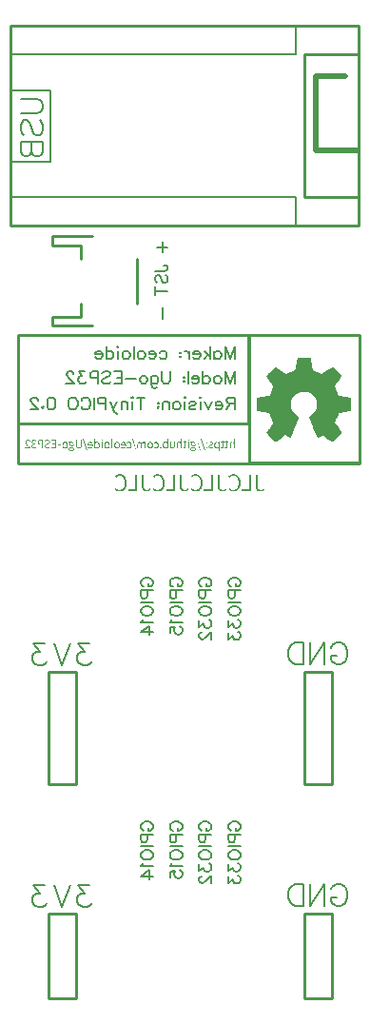
<source format=gbo>
G04 Layer: BottomSilkLayer*
G04 EasyEDA v6.3.43, 2020-05-25T13:15:07--4:00*
G04 e579016d1e7f4addb33e082967b8cc68,7404d47bf86b4b15bb797b085195da26,10*
G04 Gerber Generator version 0.2*
G04 Scale: 100 percent, Rotated: No, Reflected: No *
G04 Dimensions in millimeters *
G04 leading zeros omitted , absolute positions ,3 integer and 3 decimal *
%FSLAX33Y33*%
%MOMM*%
G90*
G71D02*

%ADD10C,0.254000*%
%ADD23C,0.203200*%
%ADD24C,0.152400*%
%ADD25C,0.202999*%
%ADD26C,0.499999*%
%ADD27C,0.150012*%

%LPD*%

%LPD*%
G36*
G01X26798Y57849D02*
G01X26766Y58001D01*
G01X26189Y57992D01*
G01X25611Y57983D01*
G01X25587Y57894D01*
G01X25581Y57868D01*
G01X25573Y57828D01*
G01X25562Y57775D01*
G01X25550Y57712D01*
G01X25537Y57641D01*
G01X25523Y57564D01*
G01X25509Y57483D01*
G01X25479Y57317D01*
G01X25464Y57236D01*
G01X25449Y57160D01*
G01X25434Y57090D01*
G01X25420Y57029D01*
G01X25408Y56978D01*
G01X25397Y56940D01*
G01X25388Y56916D01*
G01X25351Y56838D01*
G01X24617Y56538D01*
G01X24585Y56556D01*
G01X24570Y56565D01*
G01X24538Y56586D01*
G01X24492Y56617D01*
G01X24434Y56656D01*
G01X24287Y56754D01*
G01X24203Y56811D01*
G01X24115Y56871D01*
G01X24026Y56931D01*
G01X23942Y56987D01*
G01X23865Y57038D01*
G01X23797Y57082D01*
G01X23739Y57118D01*
G01X23694Y57146D01*
G01X23663Y57163D01*
G01X23649Y57170D01*
G01X23635Y57161D01*
G01X23606Y57137D01*
G01X23565Y57100D01*
G01X23513Y57052D01*
G01X23453Y56995D01*
G01X23387Y56930D01*
G01X23316Y56861D01*
G01X23172Y56717D01*
G01X23103Y56646D01*
G01X23037Y56579D01*
G01X22979Y56518D01*
G01X22929Y56465D01*
G01X22889Y56421D01*
G01X22863Y56390D01*
G01X22852Y56373D01*
G01X22841Y56341D01*
G01X23110Y55949D01*
G01X23165Y55869D01*
G01X23218Y55791D01*
G01X23267Y55718D01*
G01X23312Y55651D01*
G01X23350Y55592D01*
G01X23382Y55542D01*
G01X23405Y55505D01*
G01X23419Y55482D01*
G01X23459Y55407D01*
G01X23125Y54619D01*
G01X22961Y54587D01*
G01X22921Y54579D01*
G01X22867Y54569D01*
G01X22803Y54557D01*
G01X22731Y54544D01*
G01X22653Y54529D01*
G01X22572Y54514D01*
G01X22489Y54499D01*
G01X22407Y54484D01*
G01X22016Y54414D01*
G01X22016Y53252D01*
G01X22120Y53230D01*
G01X22149Y53224D01*
G01X22193Y53216D01*
G01X22248Y53205D01*
G01X22314Y53192D01*
G01X22388Y53178D01*
G01X22468Y53163D01*
G01X22551Y53148D01*
G01X22636Y53132D01*
G01X23049Y53054D01*
G01X23089Y53014D01*
G01X23105Y52989D01*
G01X23130Y52941D01*
G01X23160Y52875D01*
G01X23196Y52796D01*
G01X23234Y52707D01*
G01X23272Y52614D01*
G01X23310Y52520D01*
G01X23345Y52430D01*
G01X23375Y52349D01*
G01X23399Y52281D01*
G01X23415Y52230D01*
G01X23420Y52200D01*
G01X23420Y52154D01*
G01X23133Y51742D01*
G01X23075Y51659D01*
G01X23022Y51580D01*
G01X22973Y51507D01*
G01X22930Y51443D01*
G01X22895Y51388D01*
G01X22869Y51345D01*
G01X22852Y51315D01*
G01X22846Y51301D01*
G01X22854Y51287D01*
G01X22876Y51259D01*
G01X22912Y51218D01*
G01X22959Y51166D01*
G01X23016Y51105D01*
G01X23082Y51037D01*
G01X23154Y50963D01*
G01X23231Y50885D01*
G01X23617Y50499D01*
G01X23655Y50499D01*
G01X23672Y50505D01*
G01X23704Y50522D01*
G01X23749Y50549D01*
G01X23807Y50584D01*
G01X23874Y50627D01*
G01X23949Y50676D01*
G01X24030Y50730D01*
G01X24116Y50788D01*
G01X24538Y51077D01*
G01X24747Y50959D01*
G01X24957Y50842D01*
G01X24983Y50870D01*
G01X24988Y50880D01*
G01X24999Y50900D01*
G01X25013Y50931D01*
G01X25031Y50972D01*
G01X25053Y51021D01*
G01X25078Y51077D01*
G01X25105Y51141D01*
G01X25135Y51211D01*
G01X25167Y51286D01*
G01X25200Y51366D01*
G01X25235Y51450D01*
G01X25271Y51536D01*
G01X25325Y51670D01*
G01X25353Y51737D01*
G01X25381Y51805D01*
G01X25408Y51871D01*
G01X25436Y51937D01*
G01X25462Y52001D01*
G01X25488Y52063D01*
G01X25512Y52122D01*
G01X25536Y52179D01*
G01X25558Y52232D01*
G01X25579Y52281D01*
G01X25597Y52326D01*
G01X25614Y52367D01*
G01X25629Y52402D01*
G01X25642Y52431D01*
G01X25684Y52533D01*
G01X25718Y52619D01*
G01X25742Y52681D01*
G01X25750Y52709D01*
G01X25738Y52725D01*
G01X25706Y52754D01*
G01X25659Y52792D01*
G01X25600Y52833D01*
G01X25534Y52882D01*
G01X25462Y52940D01*
G01X25395Y52998D01*
G01X25340Y53050D01*
G01X25229Y53164D01*
G01X25147Y53340D01*
G01X25064Y53515D01*
G01X25064Y54122D01*
G01X25232Y54480D01*
G01X25351Y54612D01*
G01X25470Y54743D01*
G01X25681Y54847D01*
G01X25893Y54951D01*
G01X26196Y54950D01*
G01X26500Y54949D01*
G01X26806Y54809D01*
G01X26976Y54648D01*
G01X27147Y54487D01*
G01X27229Y54302D01*
G01X27312Y54118D01*
G01X27333Y53940D01*
G01X27354Y53761D01*
G01X27314Y53590D01*
G01X27298Y53530D01*
G01X27280Y53472D01*
G01X27260Y53415D01*
G01X27237Y53360D01*
G01X27212Y53307D01*
G01X27185Y53255D01*
G01X27155Y53205D01*
G01X27123Y53157D01*
G01X27089Y53111D01*
G01X27052Y53066D01*
G01X27014Y53024D01*
G01X26972Y52983D01*
G01X26929Y52944D01*
G01X26883Y52907D01*
G01X26835Y52872D01*
G01X26785Y52838D01*
G01X26644Y52749D01*
G01X26644Y52703D01*
G01X26645Y52695D01*
G01X26648Y52682D01*
G01X26654Y52663D01*
G01X26662Y52640D01*
G01X26672Y52612D01*
G01X26684Y52579D01*
G01X26698Y52541D01*
G01X26714Y52498D01*
G01X26732Y52451D01*
G01X26753Y52400D01*
G01X26775Y52344D01*
G01X26799Y52283D01*
G01X26825Y52219D01*
G01X26853Y52150D01*
G01X26882Y52077D01*
G01X26914Y52000D01*
G01X26947Y51919D01*
G01X26982Y51834D01*
G01X27019Y51746D01*
G01X27057Y51654D01*
G01X27097Y51558D01*
G01X27138Y51458D01*
G01X27182Y51355D01*
G01X27226Y51249D01*
G01X27259Y51172D01*
G01X27290Y51099D01*
G01X27318Y51033D01*
G01X27343Y50975D01*
G01X27364Y50926D01*
G01X27381Y50889D01*
G01X27392Y50864D01*
G01X27398Y50854D01*
G01X27419Y50858D01*
G01X27470Y50879D01*
G01X27542Y50913D01*
G01X27628Y50957D01*
G01X27848Y51072D01*
G01X28266Y50786D01*
G01X28350Y50728D01*
G01X28431Y50674D01*
G01X28506Y50626D01*
G01X28573Y50583D01*
G01X28630Y50548D01*
G01X28675Y50522D01*
G01X28708Y50505D01*
G01X28724Y50499D01*
G01X28765Y50499D01*
G01X29141Y50874D01*
G01X29516Y51248D01*
G01X29516Y51341D01*
G01X29228Y51765D01*
G01X28939Y52190D01*
G01X29104Y52605D01*
G01X29137Y52689D01*
G01X29170Y52768D01*
G01X29200Y52840D01*
G01X29227Y52904D01*
G01X29251Y52957D01*
G01X29271Y52998D01*
G01X29285Y53025D01*
G01X29294Y53037D01*
G01X29308Y53042D01*
G01X29340Y53050D01*
G01X29386Y53060D01*
G01X29446Y53072D01*
G01X29517Y53087D01*
G01X29597Y53102D01*
G01X29684Y53119D01*
G01X29777Y53136D01*
G01X29870Y53154D01*
G01X29960Y53171D01*
G01X30045Y53188D01*
G01X30121Y53204D01*
G01X30188Y53218D01*
G01X30243Y53230D01*
G01X30283Y53240D01*
G01X30307Y53248D01*
G01X30380Y53275D01*
G01X30377Y53836D01*
G01X30373Y54397D01*
G01X30335Y54411D01*
G01X30318Y54416D01*
G01X30281Y54424D01*
G01X30228Y54435D01*
G01X30160Y54449D01*
G01X30081Y54464D01*
G01X29991Y54482D01*
G01X29894Y54500D01*
G01X29791Y54519D01*
G01X29689Y54538D01*
G01X29592Y54557D01*
G01X29504Y54576D01*
G01X29425Y54593D01*
G01X29360Y54608D01*
G01X29308Y54621D01*
G01X29274Y54631D01*
G01X29259Y54638D01*
G01X29250Y54651D01*
G01X29236Y54678D01*
G01X29216Y54718D01*
G01X29193Y54768D01*
G01X29166Y54828D01*
G01X29136Y54894D01*
G01X29104Y54967D01*
G01X29071Y55044D01*
G01X28908Y55424D01*
G01X29200Y55853D01*
G01X29259Y55940D01*
G01X29315Y56024D01*
G01X29366Y56103D01*
G01X29411Y56174D01*
G01X29449Y56235D01*
G01X29479Y56285D01*
G01X29499Y56322D01*
G01X29508Y56343D01*
G01X29524Y56405D01*
G01X29145Y56787D01*
G01X29068Y56863D01*
G01X28996Y56935D01*
G01X28928Y57000D01*
G01X28869Y57056D01*
G01X28818Y57103D01*
G01X28778Y57139D01*
G01X28750Y57161D01*
G01X28736Y57169D01*
G01X28720Y57163D01*
G01X28687Y57144D01*
G01X28639Y57115D01*
G01X28577Y57077D01*
G01X28504Y57030D01*
G01X28422Y56976D01*
G01X28333Y56917D01*
G01X28238Y56854D01*
G01X27771Y56538D01*
G01X27407Y56681D01*
G01X27333Y56710D01*
G01X27263Y56739D01*
G01X27197Y56767D01*
G01X27139Y56793D01*
G01X27089Y56816D01*
G01X27049Y56835D01*
G01X27021Y56851D01*
G01X27007Y56861D01*
G01X26971Y56898D01*
G01X26901Y57297D01*
G01X26886Y57380D01*
G01X26871Y57464D01*
G01X26856Y57546D01*
G01X26842Y57624D01*
G01X26828Y57695D01*
G01X26816Y57758D01*
G01X26806Y57810D01*
G01X26798Y57849D01*
G37*

%LPD*%
G54D10*
G01X7314Y60812D02*
G01X3809Y60812D01*
G01X3809Y60812D02*
G01X3809Y61599D01*
G01X3809Y61599D02*
G01X6298Y61599D01*
G01X6298Y61599D02*
G01X6298Y62793D01*
G01X6298Y66806D02*
G01X6298Y68000D01*
G01X6298Y68000D02*
G01X3809Y68000D01*
G01X3809Y68000D02*
G01X3809Y68787D01*
G01X3809Y68787D02*
G01X7314Y68787D01*
G01X11302Y66806D02*
G01X11302Y62793D01*
G54D23*
G01X23528Y72250D02*
G01X25433Y72250D01*
G01X25433Y69710D01*
G01X33Y69710D01*
G01X33Y72250D01*
G54D25*
G01X33Y72250D02*
G01X23528Y72250D01*
G54D23*
G01X23528Y87490D02*
G01X25433Y87490D01*
G01X25433Y84950D01*
G01X33Y84950D01*
G01X33Y87490D01*
G54D25*
G01X33Y87490D02*
G01X23528Y87490D01*
G54D10*
G01X25433Y87490D02*
G01X31021Y87490D01*
G01X31021Y69710D01*
G01X33Y69710D01*
G01X33Y87490D01*
G01X26703Y87490D01*
G01X31021Y84950D02*
G01X26195Y84950D01*
G01X26195Y72250D01*
G01X31021Y72250D01*
G54D26*
G01X30894Y76441D02*
G01X27211Y76441D01*
G01X27211Y83045D01*
G01X29878Y83045D01*
G54D27*
G01X147Y75386D02*
G01X3576Y75386D01*
G01X3576Y81736D01*
G01X20Y81736D01*
G54D23*
G01X7115Y32550D02*
G01X6099Y32550D01*
G01X6653Y31811D01*
G01X6376Y31811D01*
G01X6191Y31719D01*
G01X6099Y31626D01*
G01X6006Y31349D01*
G01X6006Y31165D01*
G01X6099Y30887D01*
G01X6284Y30703D01*
G01X6561Y30610D01*
G01X6838Y30610D01*
G01X7115Y30703D01*
G01X7207Y30795D01*
G01X7300Y30980D01*
G01X5397Y32550D02*
G01X4658Y30610D01*
G01X3919Y32550D02*
G01X4658Y30610D01*
G01X3125Y32550D02*
G01X2109Y32550D01*
G01X2663Y31811D01*
G01X2386Y31811D01*
G01X2201Y31719D01*
G01X2109Y31626D01*
G01X2016Y31349D01*
G01X2016Y31165D01*
G01X2109Y30887D01*
G01X2293Y30703D01*
G01X2570Y30610D01*
G01X2848Y30610D01*
G01X3125Y30703D01*
G01X3217Y30795D01*
G01X3309Y30980D01*
G01X28614Y32188D02*
G01X28706Y32373D01*
G01X28891Y32558D01*
G01X29076Y32650D01*
G01X29445Y32650D01*
G01X29630Y32558D01*
G01X29815Y32373D01*
G01X29907Y32188D01*
G01X30000Y31911D01*
G01X30000Y31449D01*
G01X29907Y31172D01*
G01X29815Y30987D01*
G01X29630Y30803D01*
G01X29445Y30710D01*
G01X29076Y30710D01*
G01X28891Y30803D01*
G01X28706Y30987D01*
G01X28614Y31172D01*
G01X28614Y31449D01*
G01X29076Y31449D02*
G01X28614Y31449D01*
G01X28004Y32650D02*
G01X28004Y30710D01*
G01X28004Y32650D02*
G01X26711Y30710D01*
G01X26711Y32650D02*
G01X26711Y30710D01*
G01X26102Y32650D02*
G01X26102Y30710D01*
G01X26102Y32650D02*
G01X25455Y32650D01*
G01X25178Y32558D01*
G01X24993Y32373D01*
G01X24901Y32188D01*
G01X24809Y31911D01*
G01X24809Y31449D01*
G01X24901Y31172D01*
G01X24993Y30987D01*
G01X25178Y30803D01*
G01X25455Y30710D01*
G01X26102Y30710D01*
G01X7115Y11050D02*
G01X6099Y11050D01*
G01X6653Y10311D01*
G01X6376Y10311D01*
G01X6191Y10219D01*
G01X6099Y10126D01*
G01X6006Y9849D01*
G01X6006Y9665D01*
G01X6099Y9387D01*
G01X6284Y9203D01*
G01X6561Y9110D01*
G01X6838Y9110D01*
G01X7115Y9203D01*
G01X7207Y9295D01*
G01X7300Y9480D01*
G01X5397Y11050D02*
G01X4658Y9110D01*
G01X3919Y11050D02*
G01X4658Y9110D01*
G01X3125Y11050D02*
G01X2109Y11050D01*
G01X2663Y10311D01*
G01X2386Y10311D01*
G01X2201Y10219D01*
G01X2109Y10126D01*
G01X2016Y9849D01*
G01X2016Y9665D01*
G01X2109Y9387D01*
G01X2293Y9203D01*
G01X2571Y9110D01*
G01X2848Y9110D01*
G01X3125Y9203D01*
G01X3217Y9295D01*
G01X3309Y9480D01*
G01X28614Y10688D02*
G01X28706Y10873D01*
G01X28891Y11058D01*
G01X29076Y11150D01*
G01X29445Y11150D01*
G01X29630Y11058D01*
G01X29815Y10873D01*
G01X29907Y10688D01*
G01X30000Y10411D01*
G01X30000Y9949D01*
G01X29907Y9672D01*
G01X29815Y9487D01*
G01X29630Y9303D01*
G01X29445Y9210D01*
G01X29076Y9210D01*
G01X28891Y9303D01*
G01X28706Y9487D01*
G01X28614Y9672D01*
G01X28614Y9949D01*
G01X29076Y9949D02*
G01X28614Y9949D01*
G01X28005Y11150D02*
G01X28005Y9210D01*
G01X28005Y11150D02*
G01X26711Y9210D01*
G01X26711Y11150D02*
G01X26711Y9210D01*
G01X26102Y11150D02*
G01X26102Y9210D01*
G01X26102Y11150D02*
G01X25455Y11150D01*
G01X25178Y11058D01*
G01X24993Y10873D01*
G01X24901Y10688D01*
G01X24809Y10411D01*
G01X24809Y9949D01*
G01X24901Y9672D01*
G01X24993Y9487D01*
G01X25178Y9303D01*
G01X25455Y9210D01*
G01X26102Y9210D01*
G54D24*
G01X11906Y37620D02*
G01X11802Y37672D01*
G01X11698Y37776D01*
G01X11646Y37880D01*
G01X11646Y38088D01*
G01X11698Y38192D01*
G01X11802Y38296D01*
G01X11906Y38348D01*
G01X12062Y38400D01*
G01X12322Y38400D01*
G01X12477Y38348D01*
G01X12581Y38296D01*
G01X12685Y38192D01*
G01X12737Y38088D01*
G01X12737Y37880D01*
G01X12685Y37776D01*
G01X12581Y37672D01*
G01X12477Y37620D01*
G01X12322Y37620D01*
G01X12322Y37880D02*
G01X12322Y37620D01*
G01X11646Y37277D02*
G01X12737Y37277D01*
G01X11646Y37277D02*
G01X11646Y36810D01*
G01X11698Y36654D01*
G01X11750Y36602D01*
G01X11854Y36550D01*
G01X12010Y36550D01*
G01X12114Y36602D01*
G01X12166Y36654D01*
G01X12218Y36810D01*
G01X12218Y37277D01*
G01X11646Y36207D02*
G01X12737Y36207D01*
G01X11646Y35552D02*
G01X11698Y35656D01*
G01X11802Y35760D01*
G01X11906Y35812D01*
G01X12062Y35864D01*
G01X12322Y35864D01*
G01X12477Y35812D01*
G01X12581Y35760D01*
G01X12685Y35656D01*
G01X12737Y35552D01*
G01X12737Y35345D01*
G01X12685Y35241D01*
G01X12581Y35137D01*
G01X12477Y35085D01*
G01X12322Y35033D01*
G01X12062Y35033D01*
G01X11906Y35085D01*
G01X11802Y35137D01*
G01X11698Y35241D01*
G01X11646Y35345D01*
G01X11646Y35552D01*
G01X11854Y34690D02*
G01X11802Y34586D01*
G01X11646Y34430D01*
G01X12737Y34430D01*
G01X11646Y33568D02*
G01X12374Y34087D01*
G01X12374Y33308D01*
G01X11646Y33568D02*
G01X12737Y33568D01*
G01X14506Y37620D02*
G01X14402Y37672D01*
G01X14298Y37776D01*
G01X14246Y37880D01*
G01X14246Y38088D01*
G01X14298Y38192D01*
G01X14402Y38296D01*
G01X14506Y38348D01*
G01X14662Y38400D01*
G01X14922Y38400D01*
G01X15077Y38348D01*
G01X15181Y38296D01*
G01X15285Y38192D01*
G01X15337Y38088D01*
G01X15337Y37880D01*
G01X15285Y37776D01*
G01X15181Y37672D01*
G01X15077Y37620D01*
G01X14922Y37620D01*
G01X14922Y37880D02*
G01X14922Y37620D01*
G01X14246Y37277D02*
G01X15337Y37277D01*
G01X14246Y37277D02*
G01X14246Y36810D01*
G01X14298Y36654D01*
G01X14350Y36602D01*
G01X14454Y36550D01*
G01X14610Y36550D01*
G01X14714Y36602D01*
G01X14766Y36654D01*
G01X14818Y36810D01*
G01X14818Y37277D01*
G01X14246Y36207D02*
G01X15337Y36207D01*
G01X14246Y35552D02*
G01X14298Y35656D01*
G01X14402Y35760D01*
G01X14506Y35812D01*
G01X14662Y35864D01*
G01X14922Y35864D01*
G01X15077Y35812D01*
G01X15181Y35760D01*
G01X15285Y35656D01*
G01X15337Y35552D01*
G01X15337Y35345D01*
G01X15285Y35241D01*
G01X15181Y35137D01*
G01X15077Y35085D01*
G01X14922Y35033D01*
G01X14662Y35033D01*
G01X14506Y35085D01*
G01X14402Y35137D01*
G01X14298Y35241D01*
G01X14246Y35345D01*
G01X14246Y35552D01*
G01X14454Y34690D02*
G01X14402Y34586D01*
G01X14246Y34430D01*
G01X15337Y34430D01*
G01X14246Y33464D02*
G01X14246Y33983D01*
G01X14714Y34035D01*
G01X14662Y33983D01*
G01X14610Y33828D01*
G01X14610Y33672D01*
G01X14662Y33516D01*
G01X14766Y33412D01*
G01X14922Y33360D01*
G01X15025Y33360D01*
G01X15181Y33412D01*
G01X15285Y33516D01*
G01X15337Y33672D01*
G01X15337Y33828D01*
G01X15285Y33983D01*
G01X15233Y34035D01*
G01X15129Y34087D01*
G01X17106Y37620D02*
G01X17002Y37672D01*
G01X16898Y37776D01*
G01X16846Y37880D01*
G01X16846Y38088D01*
G01X16898Y38192D01*
G01X17002Y38296D01*
G01X17106Y38348D01*
G01X17262Y38400D01*
G01X17521Y38400D01*
G01X17677Y38348D01*
G01X17781Y38296D01*
G01X17885Y38192D01*
G01X17937Y38088D01*
G01X17937Y37880D01*
G01X17885Y37776D01*
G01X17781Y37672D01*
G01X17677Y37620D01*
G01X17521Y37620D01*
G01X17521Y37880D02*
G01X17521Y37620D01*
G01X16846Y37277D02*
G01X17937Y37277D01*
G01X16846Y37277D02*
G01X16846Y36810D01*
G01X16898Y36654D01*
G01X16950Y36602D01*
G01X17054Y36550D01*
G01X17210Y36550D01*
G01X17314Y36602D01*
G01X17366Y36654D01*
G01X17418Y36810D01*
G01X17418Y37277D01*
G01X16846Y36207D02*
G01X17937Y36207D01*
G01X16846Y35552D02*
G01X16898Y35656D01*
G01X17002Y35760D01*
G01X17106Y35812D01*
G01X17262Y35864D01*
G01X17521Y35864D01*
G01X17677Y35812D01*
G01X17781Y35760D01*
G01X17885Y35656D01*
G01X17937Y35552D01*
G01X17937Y35345D01*
G01X17885Y35241D01*
G01X17781Y35137D01*
G01X17677Y35085D01*
G01X17521Y35033D01*
G01X17262Y35033D01*
G01X17106Y35085D01*
G01X17002Y35137D01*
G01X16898Y35241D01*
G01X16846Y35345D01*
G01X16846Y35552D01*
G01X16846Y34586D02*
G01X16846Y34015D01*
G01X17262Y34326D01*
G01X17262Y34170D01*
G01X17314Y34067D01*
G01X17366Y34015D01*
G01X17521Y33963D01*
G01X17625Y33963D01*
G01X17781Y34015D01*
G01X17885Y34119D01*
G01X17937Y34274D01*
G01X17937Y34430D01*
G01X17885Y34586D01*
G01X17833Y34638D01*
G01X17729Y34690D01*
G01X17106Y33568D02*
G01X17054Y33568D01*
G01X16950Y33516D01*
G01X16898Y33464D01*
G01X16846Y33360D01*
G01X16846Y33152D01*
G01X16898Y33048D01*
G01X16950Y32996D01*
G01X17054Y32944D01*
G01X17158Y32944D01*
G01X17262Y32996D01*
G01X17418Y33100D01*
G01X17937Y33620D01*
G01X17937Y32892D01*
G01X19706Y37620D02*
G01X19602Y37672D01*
G01X19498Y37776D01*
G01X19446Y37880D01*
G01X19446Y38088D01*
G01X19498Y38192D01*
G01X19602Y38296D01*
G01X19706Y38348D01*
G01X19862Y38400D01*
G01X20121Y38400D01*
G01X20277Y38348D01*
G01X20381Y38296D01*
G01X20485Y38192D01*
G01X20537Y38088D01*
G01X20537Y37880D01*
G01X20485Y37776D01*
G01X20381Y37672D01*
G01X20277Y37620D01*
G01X20121Y37620D01*
G01X20121Y37880D02*
G01X20121Y37620D01*
G01X19446Y37277D02*
G01X20537Y37277D01*
G01X19446Y37277D02*
G01X19446Y36810D01*
G01X19498Y36654D01*
G01X19550Y36602D01*
G01X19654Y36550D01*
G01X19810Y36550D01*
G01X19914Y36602D01*
G01X19966Y36654D01*
G01X20018Y36810D01*
G01X20018Y37277D01*
G01X19446Y36207D02*
G01X20537Y36207D01*
G01X19446Y35552D02*
G01X19498Y35656D01*
G01X19602Y35760D01*
G01X19706Y35812D01*
G01X19862Y35864D01*
G01X20121Y35864D01*
G01X20277Y35812D01*
G01X20381Y35760D01*
G01X20485Y35656D01*
G01X20537Y35552D01*
G01X20537Y35345D01*
G01X20485Y35241D01*
G01X20381Y35137D01*
G01X20277Y35085D01*
G01X20121Y35033D01*
G01X19862Y35033D01*
G01X19706Y35085D01*
G01X19602Y35137D01*
G01X19498Y35241D01*
G01X19446Y35345D01*
G01X19446Y35552D01*
G01X19446Y34586D02*
G01X19446Y34015D01*
G01X19862Y34326D01*
G01X19862Y34170D01*
G01X19914Y34067D01*
G01X19966Y34015D01*
G01X20121Y33963D01*
G01X20225Y33963D01*
G01X20381Y34015D01*
G01X20485Y34119D01*
G01X20537Y34274D01*
G01X20537Y34430D01*
G01X20485Y34586D01*
G01X20433Y34638D01*
G01X20329Y34690D01*
G01X19446Y33516D02*
G01X19446Y32944D01*
G01X19862Y33256D01*
G01X19862Y33100D01*
G01X19914Y32996D01*
G01X19966Y32944D01*
G01X20121Y32892D01*
G01X20225Y32892D01*
G01X20381Y32944D01*
G01X20485Y33048D01*
G01X20537Y33204D01*
G01X20537Y33360D01*
G01X20485Y33516D01*
G01X20433Y33568D01*
G01X20329Y33620D01*
G01X19706Y15920D02*
G01X19602Y15972D01*
G01X19498Y16076D01*
G01X19446Y16180D01*
G01X19446Y16388D01*
G01X19498Y16492D01*
G01X19602Y16596D01*
G01X19706Y16648D01*
G01X19862Y16700D01*
G01X20121Y16700D01*
G01X20277Y16648D01*
G01X20381Y16596D01*
G01X20485Y16492D01*
G01X20537Y16388D01*
G01X20537Y16180D01*
G01X20485Y16076D01*
G01X20381Y15972D01*
G01X20277Y15920D01*
G01X20121Y15920D01*
G01X20121Y16180D02*
G01X20121Y15920D01*
G01X19446Y15577D02*
G01X20537Y15577D01*
G01X19446Y15577D02*
G01X19446Y15110D01*
G01X19498Y14954D01*
G01X19550Y14902D01*
G01X19654Y14850D01*
G01X19810Y14850D01*
G01X19914Y14902D01*
G01X19966Y14954D01*
G01X20018Y15110D01*
G01X20018Y15577D01*
G01X19446Y14507D02*
G01X20537Y14507D01*
G01X19446Y13852D02*
G01X19498Y13956D01*
G01X19602Y14060D01*
G01X19706Y14112D01*
G01X19862Y14164D01*
G01X20121Y14164D01*
G01X20277Y14112D01*
G01X20381Y14060D01*
G01X20485Y13956D01*
G01X20537Y13852D01*
G01X20537Y13645D01*
G01X20485Y13541D01*
G01X20381Y13437D01*
G01X20277Y13385D01*
G01X20121Y13333D01*
G01X19862Y13333D01*
G01X19706Y13385D01*
G01X19602Y13437D01*
G01X19498Y13541D01*
G01X19446Y13645D01*
G01X19446Y13852D01*
G01X19446Y12886D02*
G01X19446Y12315D01*
G01X19862Y12626D01*
G01X19862Y12470D01*
G01X19914Y12367D01*
G01X19966Y12315D01*
G01X20121Y12263D01*
G01X20225Y12263D01*
G01X20381Y12315D01*
G01X20485Y12419D01*
G01X20537Y12574D01*
G01X20537Y12730D01*
G01X20485Y12886D01*
G01X20433Y12938D01*
G01X20329Y12990D01*
G01X19446Y11816D02*
G01X19446Y11244D01*
G01X19862Y11556D01*
G01X19862Y11400D01*
G01X19914Y11296D01*
G01X19966Y11244D01*
G01X20121Y11192D01*
G01X20225Y11192D01*
G01X20381Y11244D01*
G01X20485Y11348D01*
G01X20537Y11504D01*
G01X20537Y11660D01*
G01X20485Y11816D01*
G01X20433Y11868D01*
G01X20329Y11920D01*
G01X17106Y15920D02*
G01X17002Y15972D01*
G01X16898Y16076D01*
G01X16846Y16180D01*
G01X16846Y16388D01*
G01X16898Y16492D01*
G01X17002Y16596D01*
G01X17106Y16648D01*
G01X17262Y16700D01*
G01X17521Y16700D01*
G01X17677Y16648D01*
G01X17781Y16596D01*
G01X17885Y16492D01*
G01X17937Y16388D01*
G01X17937Y16180D01*
G01X17885Y16076D01*
G01X17781Y15972D01*
G01X17677Y15920D01*
G01X17521Y15920D01*
G01X17521Y16180D02*
G01X17521Y15920D01*
G01X16846Y15577D02*
G01X17937Y15577D01*
G01X16846Y15577D02*
G01X16846Y15110D01*
G01X16898Y14954D01*
G01X16950Y14902D01*
G01X17054Y14850D01*
G01X17210Y14850D01*
G01X17314Y14902D01*
G01X17366Y14954D01*
G01X17418Y15110D01*
G01X17418Y15577D01*
G01X16846Y14507D02*
G01X17937Y14507D01*
G01X16846Y13852D02*
G01X16898Y13956D01*
G01X17002Y14060D01*
G01X17106Y14112D01*
G01X17262Y14164D01*
G01X17521Y14164D01*
G01X17677Y14112D01*
G01X17781Y14060D01*
G01X17885Y13956D01*
G01X17937Y13852D01*
G01X17937Y13645D01*
G01X17885Y13541D01*
G01X17781Y13437D01*
G01X17677Y13385D01*
G01X17521Y13333D01*
G01X17262Y13333D01*
G01X17106Y13385D01*
G01X17002Y13437D01*
G01X16898Y13541D01*
G01X16846Y13645D01*
G01X16846Y13852D01*
G01X16846Y12886D02*
G01X16846Y12315D01*
G01X17262Y12626D01*
G01X17262Y12470D01*
G01X17314Y12367D01*
G01X17366Y12315D01*
G01X17521Y12263D01*
G01X17625Y12263D01*
G01X17781Y12315D01*
G01X17885Y12419D01*
G01X17937Y12574D01*
G01X17937Y12730D01*
G01X17885Y12886D01*
G01X17833Y12938D01*
G01X17729Y12990D01*
G01X17106Y11868D02*
G01X17054Y11868D01*
G01X16950Y11816D01*
G01X16898Y11764D01*
G01X16846Y11660D01*
G01X16846Y11452D01*
G01X16898Y11348D01*
G01X16950Y11296D01*
G01X17054Y11244D01*
G01X17158Y11244D01*
G01X17262Y11296D01*
G01X17418Y11400D01*
G01X17937Y11920D01*
G01X17937Y11192D01*
G01X14506Y15920D02*
G01X14402Y15972D01*
G01X14298Y16076D01*
G01X14246Y16180D01*
G01X14246Y16388D01*
G01X14298Y16492D01*
G01X14402Y16596D01*
G01X14506Y16648D01*
G01X14662Y16700D01*
G01X14922Y16700D01*
G01X15077Y16648D01*
G01X15181Y16596D01*
G01X15285Y16492D01*
G01X15337Y16388D01*
G01X15337Y16180D01*
G01X15285Y16076D01*
G01X15181Y15972D01*
G01X15077Y15920D01*
G01X14922Y15920D01*
G01X14922Y16180D02*
G01X14922Y15920D01*
G01X14246Y15577D02*
G01X15337Y15577D01*
G01X14246Y15577D02*
G01X14246Y15110D01*
G01X14298Y14954D01*
G01X14350Y14902D01*
G01X14454Y14850D01*
G01X14610Y14850D01*
G01X14714Y14902D01*
G01X14766Y14954D01*
G01X14818Y15110D01*
G01X14818Y15577D01*
G01X14246Y14507D02*
G01X15337Y14507D01*
G01X14246Y13852D02*
G01X14298Y13956D01*
G01X14402Y14060D01*
G01X14506Y14112D01*
G01X14662Y14164D01*
G01X14922Y14164D01*
G01X15077Y14112D01*
G01X15181Y14060D01*
G01X15285Y13956D01*
G01X15337Y13852D01*
G01X15337Y13645D01*
G01X15285Y13541D01*
G01X15181Y13437D01*
G01X15077Y13385D01*
G01X14922Y13333D01*
G01X14662Y13333D01*
G01X14506Y13385D01*
G01X14402Y13437D01*
G01X14298Y13541D01*
G01X14246Y13645D01*
G01X14246Y13852D01*
G01X14454Y12990D02*
G01X14402Y12886D01*
G01X14246Y12730D01*
G01X15337Y12730D01*
G01X14246Y11764D02*
G01X14246Y12283D01*
G01X14714Y12335D01*
G01X14662Y12283D01*
G01X14610Y12128D01*
G01X14610Y11972D01*
G01X14662Y11816D01*
G01X14766Y11712D01*
G01X14922Y11660D01*
G01X15025Y11660D01*
G01X15181Y11712D01*
G01X15285Y11816D01*
G01X15337Y11972D01*
G01X15337Y12128D01*
G01X15285Y12283D01*
G01X15233Y12335D01*
G01X15129Y12387D01*
G01X11906Y15920D02*
G01X11802Y15972D01*
G01X11698Y16076D01*
G01X11646Y16180D01*
G01X11646Y16388D01*
G01X11698Y16492D01*
G01X11802Y16596D01*
G01X11906Y16648D01*
G01X12062Y16700D01*
G01X12322Y16700D01*
G01X12477Y16648D01*
G01X12581Y16596D01*
G01X12685Y16492D01*
G01X12737Y16388D01*
G01X12737Y16180D01*
G01X12685Y16076D01*
G01X12581Y15972D01*
G01X12477Y15920D01*
G01X12322Y15920D01*
G01X12322Y16180D02*
G01X12322Y15920D01*
G01X11646Y15577D02*
G01X12737Y15577D01*
G01X11646Y15577D02*
G01X11646Y15110D01*
G01X11698Y14954D01*
G01X11750Y14902D01*
G01X11854Y14850D01*
G01X12010Y14850D01*
G01X12114Y14902D01*
G01X12166Y14954D01*
G01X12218Y15110D01*
G01X12218Y15577D01*
G01X11646Y14507D02*
G01X12737Y14507D01*
G01X11646Y13852D02*
G01X11698Y13956D01*
G01X11802Y14060D01*
G01X11906Y14112D01*
G01X12062Y14164D01*
G01X12322Y14164D01*
G01X12477Y14112D01*
G01X12581Y14060D01*
G01X12685Y13956D01*
G01X12737Y13852D01*
G01X12737Y13645D01*
G01X12685Y13541D01*
G01X12581Y13437D01*
G01X12477Y13385D01*
G01X12322Y13333D01*
G01X12062Y13333D01*
G01X11906Y13385D01*
G01X11802Y13437D01*
G01X11698Y13541D01*
G01X11646Y13645D01*
G01X11646Y13852D01*
G01X11854Y12990D02*
G01X11802Y12886D01*
G01X11646Y12730D01*
G01X12737Y12730D01*
G01X11646Y11868D02*
G01X12374Y12387D01*
G01X12374Y11608D01*
G01X11646Y11868D02*
G01X12737Y11868D01*

%LPD*%
G36*
G01X11354Y47594D02*
G01X11186Y47594D01*
G01X11186Y46248D01*
G01X10528Y46248D01*
G01X10528Y46106D01*
G01X11354Y46106D01*
G01X11354Y47594D01*
G37*

%LPD*%
G36*
G01X14729Y47594D02*
G01X14562Y47594D01*
G01X14562Y46248D01*
G01X13901Y46248D01*
G01X13901Y46106D01*
G01X14729Y46106D01*
G01X14729Y47594D01*
G37*

%LPD*%
G36*
G01X18105Y47594D02*
G01X17935Y47594D01*
G01X17935Y46248D01*
G01X17277Y46248D01*
G01X17277Y46106D01*
G01X18105Y46106D01*
G01X18105Y47594D01*
G37*

%LPD*%
G36*
G01X21481Y47594D02*
G01X21310Y47594D01*
G01X21310Y46248D01*
G01X20652Y46248D01*
G01X20652Y46106D01*
G01X21481Y46106D01*
G01X21481Y47594D01*
G37*

%LPD*%
G36*
G01X9811Y47618D02*
G01X9756Y47620D01*
G01X9690Y47616D01*
G01X9629Y47605D01*
G01X9571Y47587D01*
G01X9519Y47565D01*
G01X9470Y47538D01*
G01X9426Y47507D01*
G01X9387Y47474D01*
G01X9352Y47439D01*
G01X9446Y47330D01*
G01X9508Y47388D01*
G01X9580Y47433D01*
G01X9662Y47462D01*
G01X9756Y47472D01*
G01X9809Y47469D01*
G01X9860Y47461D01*
G01X9908Y47448D01*
G01X9953Y47429D01*
G01X9995Y47406D01*
G01X10035Y47377D01*
G01X10071Y47344D01*
G01X10104Y47306D01*
G01X10134Y47264D01*
G01X10160Y47217D01*
G01X10183Y47166D01*
G01X10201Y47111D01*
G01X10216Y47052D01*
G01X10227Y46989D01*
G01X10233Y46923D01*
G01X10236Y46853D01*
G01X10233Y46783D01*
G01X10227Y46716D01*
G01X10217Y46653D01*
G01X10202Y46593D01*
G01X10185Y46538D01*
G01X10162Y46486D01*
G01X10137Y46439D01*
G01X10108Y46396D01*
G01X10075Y46358D01*
G01X10039Y46324D01*
G01X10000Y46295D01*
G01X9958Y46272D01*
G01X9913Y46253D01*
G01X9865Y46239D01*
G01X9814Y46230D01*
G01X9761Y46228D01*
G01X9708Y46230D01*
G01X9658Y46239D01*
G01X9612Y46253D01*
G01X9567Y46272D01*
G01X9525Y46296D01*
G01X9486Y46325D01*
G01X9447Y46359D01*
G01X9410Y46398D01*
G01X9316Y46294D01*
G01X9361Y46245D01*
G01X9408Y46202D01*
G01X9459Y46166D01*
G01X9513Y46136D01*
G01X9570Y46112D01*
G01X9632Y46095D01*
G01X9698Y46084D01*
G01X9769Y46081D01*
G01X9823Y46083D01*
G01X9876Y46089D01*
G01X9927Y46099D01*
G01X9976Y46114D01*
G01X10024Y46133D01*
G01X10069Y46156D01*
G01X10112Y46182D01*
G01X10153Y46213D01*
G01X10191Y46247D01*
G01X10227Y46284D01*
G01X10259Y46326D01*
G01X10289Y46371D01*
G01X10316Y46419D01*
G01X10340Y46471D01*
G01X10360Y46526D01*
G01X10377Y46585D01*
G01X10391Y46646D01*
G01X10401Y46711D01*
G01X10407Y46779D01*
G01X10409Y46850D01*
G01X10407Y46920D01*
G01X10401Y46988D01*
G01X10390Y47052D01*
G01X10377Y47113D01*
G01X10359Y47172D01*
G01X10339Y47227D01*
G01X10314Y47279D01*
G01X10287Y47327D01*
G01X10256Y47372D01*
G01X10223Y47414D01*
G01X10187Y47452D01*
G01X10148Y47486D01*
G01X10106Y47517D01*
G01X10063Y47544D01*
G01X10016Y47566D01*
G01X9968Y47586D01*
G01X9917Y47600D01*
G01X9865Y47611D01*
G01X9811Y47618D01*
G37*

%LPD*%
G36*
G01X11930Y47594D02*
G01X11762Y47594D01*
G01X11762Y46535D01*
G01X11765Y46473D01*
G01X11772Y46414D01*
G01X11785Y46358D01*
G01X11803Y46306D01*
G01X11826Y46257D01*
G01X11855Y46214D01*
G01X11891Y46175D01*
G01X11932Y46142D01*
G01X11980Y46116D01*
G01X12034Y46097D01*
G01X12095Y46085D01*
G01X12164Y46081D01*
G01X12230Y46084D01*
G01X12291Y46095D01*
G01X12348Y46114D01*
G01X12400Y46139D01*
G01X12448Y46171D01*
G01X12490Y46211D01*
G01X12529Y46258D01*
G01X12563Y46312D01*
G01X12441Y46395D01*
G01X12387Y46318D01*
G01X12325Y46266D01*
G01X12255Y46237D01*
G01X12177Y46228D01*
G01X12118Y46232D01*
G01X12068Y46246D01*
G01X12026Y46269D01*
G01X11991Y46304D01*
G01X11964Y46348D01*
G01X11945Y46404D01*
G01X11934Y46471D01*
G01X11930Y46550D01*
G01X11930Y47594D01*
G37*

%LPD*%
G36*
G01X13187Y47618D02*
G01X13132Y47620D01*
G01X13066Y47616D01*
G01X13005Y47605D01*
G01X12947Y47587D01*
G01X12894Y47565D01*
G01X12846Y47538D01*
G01X12802Y47507D01*
G01X12762Y47474D01*
G01X12728Y47439D01*
G01X12822Y47330D01*
G01X12884Y47388D01*
G01X12955Y47433D01*
G01X13037Y47462D01*
G01X13129Y47472D01*
G01X13182Y47469D01*
G01X13234Y47461D01*
G01X13282Y47448D01*
G01X13328Y47429D01*
G01X13370Y47406D01*
G01X13410Y47377D01*
G01X13447Y47344D01*
G01X13480Y47306D01*
G01X13510Y47264D01*
G01X13536Y47217D01*
G01X13558Y47166D01*
G01X13577Y47111D01*
G01X13592Y47052D01*
G01X13602Y46989D01*
G01X13609Y46923D01*
G01X13612Y46853D01*
G01X13609Y46783D01*
G01X13603Y46716D01*
G01X13593Y46653D01*
G01X13578Y46593D01*
G01X13560Y46538D01*
G01X13538Y46486D01*
G01X13513Y46439D01*
G01X13484Y46396D01*
G01X13451Y46358D01*
G01X13415Y46324D01*
G01X13376Y46295D01*
G01X13334Y46272D01*
G01X13289Y46253D01*
G01X13241Y46239D01*
G01X13190Y46230D01*
G01X13137Y46228D01*
G01X13084Y46230D01*
G01X13034Y46239D01*
G01X12987Y46253D01*
G01X12943Y46272D01*
G01X12900Y46296D01*
G01X12860Y46325D01*
G01X12821Y46359D01*
G01X12784Y46398D01*
G01X12692Y46294D01*
G01X12736Y46245D01*
G01X12784Y46202D01*
G01X12834Y46166D01*
G01X12889Y46136D01*
G01X12946Y46112D01*
G01X13008Y46095D01*
G01X13074Y46084D01*
G01X13144Y46081D01*
G01X13199Y46083D01*
G01X13251Y46089D01*
G01X13303Y46099D01*
G01X13352Y46114D01*
G01X13399Y46133D01*
G01X13445Y46156D01*
G01X13488Y46182D01*
G01X13528Y46213D01*
G01X13567Y46247D01*
G01X13602Y46284D01*
G01X13635Y46326D01*
G01X13665Y46371D01*
G01X13692Y46419D01*
G01X13716Y46471D01*
G01X13736Y46526D01*
G01X13753Y46585D01*
G01X13767Y46646D01*
G01X13776Y46711D01*
G01X13782Y46779D01*
G01X13784Y46850D01*
G01X13782Y46920D01*
G01X13776Y46988D01*
G01X13766Y47052D01*
G01X13752Y47113D01*
G01X13735Y47172D01*
G01X13714Y47227D01*
G01X13690Y47279D01*
G01X13662Y47327D01*
G01X13632Y47372D01*
G01X13599Y47414D01*
G01X13562Y47452D01*
G01X13524Y47486D01*
G01X13482Y47517D01*
G01X13438Y47544D01*
G01X13392Y47566D01*
G01X13343Y47586D01*
G01X13293Y47600D01*
G01X13241Y47611D01*
G01X13187Y47618D01*
G37*

%LPD*%
G36*
G01X15306Y47594D02*
G01X15138Y47594D01*
G01X15138Y46535D01*
G01X15140Y46473D01*
G01X15148Y46414D01*
G01X15161Y46358D01*
G01X15178Y46306D01*
G01X15202Y46257D01*
G01X15231Y46214D01*
G01X15266Y46175D01*
G01X15307Y46142D01*
G01X15355Y46116D01*
G01X15408Y46097D01*
G01X15469Y46085D01*
G01X15537Y46081D01*
G01X15603Y46084D01*
G01X15664Y46095D01*
G01X15721Y46114D01*
G01X15774Y46139D01*
G01X15821Y46171D01*
G01X15865Y46211D01*
G01X15904Y46258D01*
G01X15938Y46312D01*
G01X15816Y46395D01*
G01X15762Y46318D01*
G01X15701Y46266D01*
G01X15631Y46237D01*
G01X15552Y46228D01*
G01X15494Y46232D01*
G01X15444Y46246D01*
G01X15401Y46269D01*
G01X15367Y46304D01*
G01X15340Y46348D01*
G01X15321Y46404D01*
G01X15309Y46471D01*
G01X15306Y46550D01*
G01X15306Y47594D01*
G37*

%LPD*%
G36*
G01X16563Y47618D02*
G01X16507Y47620D01*
G01X16441Y47616D01*
G01X16380Y47605D01*
G01X16322Y47587D01*
G01X16269Y47565D01*
G01X16220Y47538D01*
G01X16177Y47507D01*
G01X16137Y47474D01*
G01X16103Y47439D01*
G01X16197Y47330D01*
G01X16259Y47388D01*
G01X16331Y47433D01*
G01X16413Y47462D01*
G01X16505Y47472D01*
G01X16558Y47469D01*
G01X16609Y47461D01*
G01X16658Y47448D01*
G01X16703Y47429D01*
G01X16746Y47406D01*
G01X16786Y47377D01*
G01X16822Y47344D01*
G01X16855Y47306D01*
G01X16885Y47264D01*
G01X16912Y47217D01*
G01X16934Y47166D01*
G01X16953Y47111D01*
G01X16967Y47052D01*
G01X16978Y46989D01*
G01X16985Y46923D01*
G01X16987Y46853D01*
G01X16985Y46783D01*
G01X16979Y46716D01*
G01X16968Y46653D01*
G01X16954Y46593D01*
G01X16936Y46538D01*
G01X16914Y46486D01*
G01X16888Y46439D01*
G01X16859Y46396D01*
G01X16827Y46358D01*
G01X16791Y46324D01*
G01X16752Y46295D01*
G01X16709Y46272D01*
G01X16664Y46253D01*
G01X16616Y46239D01*
G01X16566Y46230D01*
G01X16512Y46228D01*
G01X16459Y46230D01*
G01X16410Y46239D01*
G01X16363Y46253D01*
G01X16318Y46272D01*
G01X16276Y46296D01*
G01X16235Y46325D01*
G01X16197Y46359D01*
G01X16159Y46398D01*
G01X16065Y46294D01*
G01X16110Y46245D01*
G01X16158Y46202D01*
G01X16210Y46166D01*
G01X16264Y46136D01*
G01X16322Y46112D01*
G01X16384Y46095D01*
G01X16450Y46084D01*
G01X16520Y46081D01*
G01X16574Y46083D01*
G01X16627Y46089D01*
G01X16678Y46099D01*
G01X16728Y46114D01*
G01X16775Y46133D01*
G01X16821Y46156D01*
G01X16863Y46182D01*
G01X16904Y46213D01*
G01X16943Y46247D01*
G01X16978Y46284D01*
G01X17011Y46326D01*
G01X17041Y46371D01*
G01X17068Y46419D01*
G01X17091Y46471D01*
G01X17112Y46526D01*
G01X17128Y46585D01*
G01X17142Y46646D01*
G01X17152Y46711D01*
G01X17158Y46779D01*
G01X17160Y46850D01*
G01X17158Y46920D01*
G01X17152Y46988D01*
G01X17142Y47052D01*
G01X17128Y47113D01*
G01X17111Y47172D01*
G01X17090Y47227D01*
G01X17066Y47279D01*
G01X17038Y47327D01*
G01X17008Y47372D01*
G01X16975Y47414D01*
G01X16938Y47452D01*
G01X16899Y47486D01*
G01X16858Y47517D01*
G01X16814Y47544D01*
G01X16768Y47566D01*
G01X16719Y47586D01*
G01X16669Y47600D01*
G01X16616Y47611D01*
G01X16563Y47618D01*
G37*

%LPD*%
G36*
G01X18681Y47594D02*
G01X18514Y47594D01*
G01X18514Y46535D01*
G01X18516Y46473D01*
G01X18523Y46414D01*
G01X18536Y46358D01*
G01X18553Y46306D01*
G01X18576Y46257D01*
G01X18605Y46214D01*
G01X18640Y46175D01*
G01X18681Y46142D01*
G01X18729Y46116D01*
G01X18783Y46097D01*
G01X18845Y46085D01*
G01X18913Y46081D01*
G01X18979Y46084D01*
G01X19040Y46095D01*
G01X19097Y46114D01*
G01X19149Y46139D01*
G01X19197Y46171D01*
G01X19240Y46211D01*
G01X19279Y46258D01*
G01X19314Y46312D01*
G01X19192Y46395D01*
G01X19137Y46318D01*
G01X19076Y46266D01*
G01X19007Y46237D01*
G01X18928Y46228D01*
G01X18869Y46232D01*
G01X18820Y46246D01*
G01X18777Y46269D01*
G01X18742Y46304D01*
G01X18715Y46348D01*
G01X18697Y46404D01*
G01X18685Y46471D01*
G01X18681Y46550D01*
G01X18681Y47594D01*
G37*

%LPD*%
G36*
G01X19938Y47618D02*
G01X19883Y47620D01*
G01X19817Y47616D01*
G01X19755Y47605D01*
G01X19698Y47587D01*
G01X19645Y47565D01*
G01X19596Y47538D01*
G01X19552Y47507D01*
G01X19513Y47474D01*
G01X19479Y47439D01*
G01X19570Y47330D01*
G01X19633Y47388D01*
G01X19706Y47433D01*
G01X19788Y47462D01*
G01X19880Y47472D01*
G01X19933Y47469D01*
G01X19984Y47461D01*
G01X20032Y47448D01*
G01X20078Y47429D01*
G01X20121Y47406D01*
G01X20160Y47377D01*
G01X20197Y47344D01*
G01X20230Y47306D01*
G01X20260Y47264D01*
G01X20286Y47217D01*
G01X20309Y47166D01*
G01X20328Y47111D01*
G01X20343Y47052D01*
G01X20354Y46989D01*
G01X20360Y46923D01*
G01X20363Y46853D01*
G01X20360Y46783D01*
G01X20354Y46716D01*
G01X20344Y46653D01*
G01X20329Y46593D01*
G01X20311Y46538D01*
G01X20289Y46486D01*
G01X20264Y46439D01*
G01X20234Y46396D01*
G01X20202Y46358D01*
G01X20166Y46324D01*
G01X20127Y46295D01*
G01X20084Y46272D01*
G01X20039Y46253D01*
G01X19991Y46239D01*
G01X19939Y46230D01*
G01X19885Y46228D01*
G01X19833Y46230D01*
G01X19784Y46239D01*
G01X19737Y46253D01*
G01X19693Y46272D01*
G01X19651Y46296D01*
G01X19610Y46325D01*
G01X19571Y46359D01*
G01X19535Y46398D01*
G01X19441Y46294D01*
G01X19486Y46245D01*
G01X19534Y46202D01*
G01X19585Y46166D01*
G01X19640Y46136D01*
G01X19697Y46112D01*
G01X19759Y46095D01*
G01X19825Y46084D01*
G01X19896Y46081D01*
G01X19949Y46083D01*
G01X20002Y46089D01*
G01X20053Y46099D01*
G01X20102Y46114D01*
G01X20150Y46133D01*
G01X20195Y46156D01*
G01X20238Y46182D01*
G01X20279Y46213D01*
G01X20317Y46247D01*
G01X20353Y46284D01*
G01X20385Y46326D01*
G01X20415Y46371D01*
G01X20443Y46419D01*
G01X20467Y46471D01*
G01X20487Y46526D01*
G01X20504Y46585D01*
G01X20517Y46646D01*
G01X20528Y46711D01*
G01X20534Y46779D01*
G01X20536Y46850D01*
G01X20534Y46920D01*
G01X20528Y46988D01*
G01X20517Y47052D01*
G01X20504Y47113D01*
G01X20486Y47172D01*
G01X20466Y47227D01*
G01X20441Y47279D01*
G01X20414Y47327D01*
G01X20383Y47372D01*
G01X20350Y47414D01*
G01X20314Y47452D01*
G01X20275Y47486D01*
G01X20233Y47517D01*
G01X20190Y47544D01*
G01X20143Y47566D01*
G01X20095Y47586D01*
G01X20044Y47600D01*
G01X19992Y47611D01*
G01X19938Y47618D01*
G37*

%LPD*%
G36*
G01X22057Y47594D02*
G01X21887Y47594D01*
G01X21887Y46535D01*
G01X21889Y46473D01*
G01X21897Y46414D01*
G01X21909Y46358D01*
G01X21927Y46306D01*
G01X21950Y46257D01*
G01X21980Y46214D01*
G01X22015Y46175D01*
G01X22057Y46142D01*
G01X22104Y46116D01*
G01X22159Y46097D01*
G01X22220Y46085D01*
G01X22288Y46081D01*
G01X22354Y46084D01*
G01X22416Y46095D01*
G01X22473Y46114D01*
G01X22525Y46139D01*
G01X22573Y46171D01*
G01X22616Y46211D01*
G01X22655Y46258D01*
G01X22690Y46312D01*
G01X22568Y46395D01*
G01X22513Y46318D01*
G01X22452Y46266D01*
G01X22382Y46237D01*
G01X22303Y46228D01*
G01X22245Y46232D01*
G01X22195Y46246D01*
G01X22153Y46269D01*
G01X22118Y46304D01*
G01X22091Y46348D01*
G01X22072Y46404D01*
G01X22061Y46471D01*
G01X22057Y46550D01*
G01X22057Y47594D01*
G37*

%LPD*%
G01X19998Y58952D02*
G01X19998Y57863D01*
G01X19998Y58952D02*
G01X19584Y57863D01*
G01X19168Y58952D02*
G01X19584Y57863D01*
G01X19168Y58952D02*
G01X19168Y57863D01*
G01X18203Y58589D02*
G01X18203Y57863D01*
G01X18203Y58434D02*
G01X18307Y58538D01*
G01X18411Y58589D01*
G01X18566Y58589D01*
G01X18670Y58538D01*
G01X18774Y58434D01*
G01X18825Y58277D01*
G01X18825Y58172D01*
G01X18774Y58018D01*
G01X18670Y57913D01*
G01X18566Y57863D01*
G01X18411Y57863D01*
G01X18307Y57913D01*
G01X18203Y58018D01*
G01X17860Y58952D02*
G01X17860Y57863D01*
G01X17339Y58589D02*
G01X17860Y58071D01*
G01X17651Y58277D02*
G01X17288Y57863D01*
G01X16945Y58277D02*
G01X16321Y58277D01*
G01X16321Y58381D01*
G01X16374Y58485D01*
G01X16425Y58538D01*
G01X16529Y58589D01*
G01X16684Y58589D01*
G01X16788Y58538D01*
G01X16892Y58434D01*
G01X16945Y58277D01*
G01X16945Y58172D01*
G01X16892Y58018D01*
G01X16788Y57913D01*
G01X16684Y57863D01*
G01X16529Y57863D01*
G01X16425Y57913D01*
G01X16321Y58018D01*
G01X15978Y58589D02*
G01X15978Y57863D01*
G01X15978Y58277D02*
G01X15927Y58434D01*
G01X15823Y58538D01*
G01X15719Y58589D01*
G01X15564Y58589D01*
G01X15167Y58485D02*
G01X15221Y58434D01*
G01X15167Y58381D01*
G01X15117Y58434D01*
G01X15167Y58485D01*
G01X15167Y58122D02*
G01X15221Y58071D01*
G01X15167Y58018D01*
G01X15117Y58071D01*
G01X15167Y58122D01*
G01X13349Y58434D02*
G01X13453Y58538D01*
G01X13557Y58589D01*
G01X13712Y58589D01*
G01X13816Y58538D01*
G01X13920Y58434D01*
G01X13974Y58277D01*
G01X13974Y58172D01*
G01X13920Y58018D01*
G01X13816Y57913D01*
G01X13712Y57863D01*
G01X13557Y57863D01*
G01X13453Y57913D01*
G01X13349Y58018D01*
G01X13006Y58277D02*
G01X12384Y58277D01*
G01X12384Y58381D01*
G01X12434Y58485D01*
G01X12488Y58538D01*
G01X12592Y58589D01*
G01X12747Y58589D01*
G01X12851Y58538D01*
G01X12955Y58434D01*
G01X13006Y58277D01*
G01X13006Y58172D01*
G01X12955Y58018D01*
G01X12851Y57913D01*
G01X12747Y57863D01*
G01X12592Y57863D01*
G01X12488Y57913D01*
G01X12384Y58018D01*
G01X11782Y58589D02*
G01X11883Y58538D01*
G01X11987Y58434D01*
G01X12041Y58277D01*
G01X12041Y58172D01*
G01X11987Y58018D01*
G01X11883Y57913D01*
G01X11782Y57863D01*
G01X11624Y57863D01*
G01X11520Y57913D01*
G01X11416Y58018D01*
G01X11365Y58172D01*
G01X11365Y58277D01*
G01X11416Y58434D01*
G01X11520Y58538D01*
G01X11624Y58589D01*
G01X11782Y58589D01*
G01X11022Y58952D02*
G01X11022Y57863D01*
G01X10420Y58589D02*
G01X10524Y58538D01*
G01X10626Y58434D01*
G01X10679Y58277D01*
G01X10679Y58172D01*
G01X10626Y58018D01*
G01X10524Y57913D01*
G01X10420Y57863D01*
G01X10263Y57863D01*
G01X10158Y57913D01*
G01X10054Y58018D01*
G01X10004Y58172D01*
G01X10004Y58277D01*
G01X10054Y58434D01*
G01X10158Y58538D01*
G01X10263Y58589D01*
G01X10420Y58589D01*
G01X9661Y58952D02*
G01X9610Y58901D01*
G01X9557Y58952D01*
G01X9610Y59006D01*
G01X9661Y58952D01*
G01X9610Y58589D02*
G01X9610Y57863D01*
G01X8591Y58952D02*
G01X8591Y57863D01*
G01X8591Y58434D02*
G01X8695Y58538D01*
G01X8797Y58589D01*
G01X8955Y58589D01*
G01X9059Y58538D01*
G01X9163Y58434D01*
G01X9214Y58277D01*
G01X9214Y58172D01*
G01X9163Y58018D01*
G01X9059Y57913D01*
G01X8955Y57863D01*
G01X8797Y57863D01*
G01X8695Y57913D01*
G01X8591Y58018D01*
G01X8248Y58277D02*
G01X7624Y58277D01*
G01X7624Y58381D01*
G01X7677Y58485D01*
G01X7728Y58538D01*
G01X7832Y58589D01*
G01X7987Y58589D01*
G01X8091Y58538D01*
G01X8195Y58434D01*
G01X8248Y58277D01*
G01X8248Y58172D01*
G01X8195Y58018D01*
G01X8091Y57913D01*
G01X7987Y57863D01*
G01X7832Y57863D01*
G01X7728Y57913D01*
G01X7624Y58018D01*
G01X19999Y56753D02*
G01X19999Y55662D01*
G01X19999Y56753D02*
G01X19584Y55662D01*
G01X19168Y56753D02*
G01X19584Y55662D01*
G01X19168Y56753D02*
G01X19168Y55662D01*
G01X18565Y56389D02*
G01X18669Y56337D01*
G01X18773Y56233D01*
G01X18825Y56077D01*
G01X18825Y55974D01*
G01X18773Y55818D01*
G01X18669Y55714D01*
G01X18565Y55662D01*
G01X18410Y55662D01*
G01X18306Y55714D01*
G01X18202Y55818D01*
G01X18150Y55974D01*
G01X18150Y56077D01*
G01X18202Y56233D01*
G01X18306Y56337D01*
G01X18410Y56389D01*
G01X18565Y56389D01*
G01X17183Y56753D02*
G01X17183Y55662D01*
G01X17183Y56233D02*
G01X17287Y56337D01*
G01X17391Y56389D01*
G01X17547Y56389D01*
G01X17651Y56337D01*
G01X17755Y56233D01*
G01X17807Y56077D01*
G01X17807Y55974D01*
G01X17755Y55818D01*
G01X17651Y55714D01*
G01X17547Y55662D01*
G01X17391Y55662D01*
G01X17287Y55714D01*
G01X17183Y55818D01*
G01X16841Y56077D02*
G01X16217Y56077D01*
G01X16217Y56181D01*
G01X16269Y56285D01*
G01X16321Y56337D01*
G01X16425Y56389D01*
G01X16581Y56389D01*
G01X16685Y56337D01*
G01X16789Y56233D01*
G01X16841Y56077D01*
G01X16841Y55974D01*
G01X16789Y55818D01*
G01X16685Y55714D01*
G01X16581Y55662D01*
G01X16425Y55662D01*
G01X16321Y55714D01*
G01X16217Y55818D01*
G01X15874Y56753D02*
G01X15874Y55662D01*
G01X15479Y56285D02*
G01X15531Y56233D01*
G01X15479Y56181D01*
G01X15427Y56233D01*
G01X15479Y56285D01*
G01X15479Y55922D02*
G01X15531Y55870D01*
G01X15479Y55818D01*
G01X15427Y55870D01*
G01X15479Y55922D01*
G01X14284Y56753D02*
G01X14284Y55974D01*
G01X14232Y55818D01*
G01X14129Y55714D01*
G01X13973Y55662D01*
G01X13869Y55662D01*
G01X13713Y55714D01*
G01X13609Y55818D01*
G01X13557Y55974D01*
G01X13557Y56753D01*
G01X12591Y56389D02*
G01X12591Y55558D01*
G01X12643Y55402D01*
G01X12695Y55350D01*
G01X12799Y55298D01*
G01X12954Y55298D01*
G01X13058Y55350D01*
G01X12591Y56233D02*
G01X12695Y56337D01*
G01X12799Y56389D01*
G01X12954Y56389D01*
G01X13058Y56337D01*
G01X13162Y56233D01*
G01X13214Y56077D01*
G01X13214Y55974D01*
G01X13162Y55818D01*
G01X13058Y55714D01*
G01X12954Y55662D01*
G01X12799Y55662D01*
G01X12695Y55714D01*
G01X12591Y55818D01*
G01X11988Y56389D02*
G01X12092Y56337D01*
G01X12196Y56233D01*
G01X12248Y56077D01*
G01X12248Y55974D01*
G01X12196Y55818D01*
G01X12092Y55714D01*
G01X11988Y55662D01*
G01X11832Y55662D01*
G01X11728Y55714D01*
G01X11624Y55818D01*
G01X11572Y55974D01*
G01X11572Y56077D01*
G01X11624Y56233D01*
G01X11728Y56337D01*
G01X11832Y56389D01*
G01X11988Y56389D01*
G01X11230Y56129D02*
G01X10294Y56129D01*
G01X9951Y56753D02*
G01X9951Y55662D01*
G01X9951Y56753D02*
G01X9276Y56753D01*
G01X9951Y56233D02*
G01X9536Y56233D01*
G01X9951Y55662D02*
G01X9276Y55662D01*
G01X8206Y56597D02*
G01X8310Y56701D01*
G01X8466Y56753D01*
G01X8673Y56753D01*
G01X8829Y56701D01*
G01X8933Y56597D01*
G01X8933Y56493D01*
G01X8881Y56389D01*
G01X8829Y56337D01*
G01X8725Y56285D01*
G01X8414Y56181D01*
G01X8310Y56129D01*
G01X8258Y56077D01*
G01X8206Y55974D01*
G01X8206Y55818D01*
G01X8310Y55714D01*
G01X8466Y55662D01*
G01X8673Y55662D01*
G01X8829Y55714D01*
G01X8933Y55818D01*
G01X7863Y56753D02*
G01X7863Y55662D01*
G01X7863Y56753D02*
G01X7395Y56753D01*
G01X7239Y56701D01*
G01X7187Y56649D01*
G01X7135Y56545D01*
G01X7135Y56389D01*
G01X7187Y56285D01*
G01X7239Y56233D01*
G01X7395Y56181D01*
G01X7863Y56181D01*
G01X6689Y56753D02*
G01X6117Y56753D01*
G01X6429Y56337D01*
G01X6273Y56337D01*
G01X6169Y56285D01*
G01X6117Y56233D01*
G01X6065Y56077D01*
G01X6065Y55974D01*
G01X6117Y55818D01*
G01X6221Y55714D01*
G01X6377Y55662D01*
G01X6533Y55662D01*
G01X6689Y55714D01*
G01X6741Y55766D01*
G01X6793Y55870D01*
G01X5670Y56493D02*
G01X5670Y56545D01*
G01X5618Y56649D01*
G01X5566Y56701D01*
G01X5463Y56753D01*
G01X5255Y56753D01*
G01X5151Y56701D01*
G01X5099Y56649D01*
G01X5047Y56545D01*
G01X5047Y56441D01*
G01X5099Y56337D01*
G01X5203Y56181D01*
G01X5722Y55662D01*
G01X4995Y55662D01*
G01X19999Y54453D02*
G01X19999Y53362D01*
G01X19999Y54453D02*
G01X19532Y54453D01*
G01X19376Y54401D01*
G01X19324Y54349D01*
G01X19272Y54245D01*
G01X19272Y54141D01*
G01X19324Y54037D01*
G01X19376Y53985D01*
G01X19532Y53934D01*
G01X19999Y53934D01*
G01X19636Y53934D02*
G01X19272Y53362D01*
G01X18929Y53778D02*
G01X18306Y53778D01*
G01X18306Y53882D01*
G01X18358Y53985D01*
G01X18410Y54037D01*
G01X18514Y54089D01*
G01X18669Y54089D01*
G01X18773Y54037D01*
G01X18877Y53934D01*
G01X18929Y53778D01*
G01X18929Y53674D01*
G01X18877Y53518D01*
G01X18773Y53414D01*
G01X18669Y53362D01*
G01X18514Y53362D01*
G01X18410Y53414D01*
G01X18306Y53518D01*
G01X17963Y54089D02*
G01X17651Y53362D01*
G01X17339Y54089D02*
G01X17651Y53362D01*
G01X16996Y54453D02*
G01X16945Y54401D01*
G01X16893Y54453D01*
G01X16945Y54505D01*
G01X16996Y54453D01*
G01X16945Y54089D02*
G01X16945Y53362D01*
G01X15978Y53934D02*
G01X16030Y54037D01*
G01X16186Y54089D01*
G01X16342Y54089D01*
G01X16498Y54037D01*
G01X16550Y53934D01*
G01X16498Y53830D01*
G01X16394Y53778D01*
G01X16134Y53726D01*
G01X16030Y53674D01*
G01X15978Y53570D01*
G01X15978Y53518D01*
G01X16030Y53414D01*
G01X16186Y53362D01*
G01X16342Y53362D01*
G01X16498Y53414D01*
G01X16550Y53518D01*
G01X15635Y54453D02*
G01X15583Y54401D01*
G01X15531Y54453D01*
G01X15583Y54505D01*
G01X15635Y54453D01*
G01X15583Y54089D02*
G01X15583Y53362D01*
G01X14929Y54089D02*
G01X15033Y54037D01*
G01X15136Y53934D01*
G01X15188Y53778D01*
G01X15188Y53674D01*
G01X15136Y53518D01*
G01X15033Y53414D01*
G01X14929Y53362D01*
G01X14773Y53362D01*
G01X14669Y53414D01*
G01X14565Y53518D01*
G01X14513Y53674D01*
G01X14513Y53778D01*
G01X14565Y53934D01*
G01X14669Y54037D01*
G01X14773Y54089D01*
G01X14929Y54089D01*
G01X14170Y54089D02*
G01X14170Y53362D01*
G01X14170Y53882D02*
G01X14014Y54037D01*
G01X13910Y54089D01*
G01X13754Y54089D01*
G01X13651Y54037D01*
G01X13599Y53882D01*
G01X13599Y53362D01*
G01X13204Y53985D02*
G01X13256Y53934D01*
G01X13204Y53882D01*
G01X13152Y53934D01*
G01X13204Y53985D01*
G01X13204Y53622D02*
G01X13256Y53570D01*
G01X13204Y53518D01*
G01X13152Y53570D01*
G01X13204Y53622D01*
G01X11645Y54453D02*
G01X11645Y53362D01*
G01X12009Y54453D02*
G01X11281Y54453D01*
G01X10939Y54453D02*
G01X10887Y54401D01*
G01X10835Y54453D01*
G01X10887Y54505D01*
G01X10939Y54453D01*
G01X10887Y54089D02*
G01X10887Y53362D01*
G01X10492Y54089D02*
G01X10492Y53362D01*
G01X10492Y53882D02*
G01X10336Y54037D01*
G01X10232Y54089D01*
G01X10076Y54089D01*
G01X9972Y54037D01*
G01X9920Y53882D01*
G01X9920Y53362D01*
G01X9525Y54089D02*
G01X9214Y53362D01*
G01X8902Y54089D02*
G01X9214Y53362D01*
G01X9318Y53154D01*
G01X9421Y53050D01*
G01X9525Y52998D01*
G01X9577Y52998D01*
G01X8559Y54453D02*
G01X8559Y53362D01*
G01X8559Y54453D02*
G01X8091Y54453D01*
G01X7936Y54401D01*
G01X7884Y54349D01*
G01X7832Y54245D01*
G01X7832Y54089D01*
G01X7884Y53985D01*
G01X7936Y53934D01*
G01X8091Y53882D01*
G01X8559Y53882D01*
G01X7489Y54453D02*
G01X7489Y53362D01*
G01X6367Y54193D02*
G01X6419Y54297D01*
G01X6522Y54401D01*
G01X6626Y54453D01*
G01X6834Y54453D01*
G01X6938Y54401D01*
G01X7042Y54297D01*
G01X7094Y54193D01*
G01X7146Y54037D01*
G01X7146Y53778D01*
G01X7094Y53622D01*
G01X7042Y53518D01*
G01X6938Y53414D01*
G01X6834Y53362D01*
G01X6626Y53362D01*
G01X6522Y53414D01*
G01X6419Y53518D01*
G01X6367Y53622D01*
G01X5712Y54453D02*
G01X5816Y54401D01*
G01X5920Y54297D01*
G01X5972Y54193D01*
G01X6024Y54037D01*
G01X6024Y53778D01*
G01X5972Y53622D01*
G01X5920Y53518D01*
G01X5816Y53414D01*
G01X5712Y53362D01*
G01X5504Y53362D01*
G01X5400Y53414D01*
G01X5296Y53518D01*
G01X5244Y53622D01*
G01X5192Y53778D01*
G01X5192Y54037D01*
G01X5244Y54193D01*
G01X5296Y54297D01*
G01X5400Y54401D01*
G01X5504Y54453D01*
G01X5712Y54453D01*
G01X3738Y54453D02*
G01X3894Y54401D01*
G01X3997Y54245D01*
G01X4049Y53985D01*
G01X4049Y53830D01*
G01X3997Y53570D01*
G01X3894Y53414D01*
G01X3738Y53362D01*
G01X3634Y53362D01*
G01X3478Y53414D01*
G01X3374Y53570D01*
G01X3322Y53830D01*
G01X3322Y53985D01*
G01X3374Y54245D01*
G01X3478Y54401D01*
G01X3634Y54453D01*
G01X3738Y54453D01*
G01X2927Y53622D02*
G01X2979Y53570D01*
G01X2927Y53518D01*
G01X2875Y53570D01*
G01X2927Y53622D01*
G01X2480Y54193D02*
G01X2480Y54245D01*
G01X2428Y54349D01*
G01X2376Y54401D01*
G01X2273Y54453D01*
G01X2065Y54453D01*
G01X1961Y54401D01*
G01X1909Y54349D01*
G01X1857Y54245D01*
G01X1857Y54141D01*
G01X1909Y54037D01*
G01X2013Y53882D01*
G01X2532Y53362D01*
G01X1805Y53362D01*

%LPD*%
G36*
G01X8230Y50714D02*
G01X8205Y50719D01*
G01X8183Y50714D01*
G01X8165Y50703D01*
G01X8154Y50685D01*
G01X8150Y50663D01*
G01X8154Y50638D01*
G01X8165Y50620D01*
G01X8183Y50608D01*
G01X8205Y50604D01*
G01X8230Y50608D01*
G01X8248Y50620D01*
G01X8260Y50638D01*
G01X8264Y50663D01*
G01X8260Y50685D01*
G01X8248Y50703D01*
G01X8230Y50714D01*
G37*

%LPD*%
G36*
G01X15927Y50714D02*
G01X15904Y50719D01*
G01X15881Y50714D01*
G01X15863Y50703D01*
G01X15850Y50685D01*
G01X15846Y50663D01*
G01X15850Y50638D01*
G01X15863Y50620D01*
G01X15881Y50608D01*
G01X15904Y50604D01*
G01X15927Y50608D01*
G01X15945Y50620D01*
G01X15956Y50638D01*
G01X15960Y50663D01*
G01X15956Y50685D01*
G01X15945Y50703D01*
G01X15927Y50714D01*
G37*

%LPD*%
G36*
G01X17555Y50467D02*
G01X17530Y50472D01*
G01X17506Y50467D01*
G01X17487Y50453D01*
G01X17474Y50432D01*
G01X17469Y50404D01*
G01X17474Y50378D01*
G01X17487Y50357D01*
G01X17506Y50345D01*
G01X17530Y50340D01*
G01X17555Y50345D01*
G01X17575Y50357D01*
G01X17588Y50378D01*
G01X17593Y50404D01*
G01X17588Y50432D01*
G01X17575Y50453D01*
G01X17555Y50467D01*
G37*

%LPD*%
G36*
G01X4555Y50254D02*
G01X4299Y50254D01*
G01X4299Y50188D01*
G01X4555Y50188D01*
G01X4555Y50254D01*
G37*

%LPD*%
G36*
G01X1673Y50688D02*
G01X1609Y50696D01*
G01X1562Y50692D01*
G01X1520Y50680D01*
G01X1484Y50661D01*
G01X1453Y50636D01*
G01X1428Y50604D01*
G01X1410Y50567D01*
G01X1400Y50524D01*
G01X1396Y50477D01*
G01X1401Y50421D01*
G01X1417Y50363D01*
G01X1442Y50306D01*
G01X1477Y50247D01*
G01X1520Y50188D01*
G01X1572Y50127D01*
G01X1630Y50065D01*
G01X1695Y50002D01*
G01X1633Y50008D01*
G01X1603Y50009D01*
G01X1574Y50010D01*
G01X1360Y50010D01*
G01X1360Y49939D01*
G01X1820Y49939D01*
G01X1820Y49987D01*
G01X1738Y50062D01*
G01X1667Y50133D01*
G01X1608Y50198D01*
G01X1560Y50260D01*
G01X1523Y50318D01*
G01X1497Y50373D01*
G01X1482Y50425D01*
G01X1477Y50475D01*
G01X1486Y50535D01*
G01X1512Y50583D01*
G01X1556Y50615D01*
G01X1619Y50627D01*
G01X1663Y50620D01*
G01X1705Y50602D01*
G01X1743Y50573D01*
G01X1777Y50538D01*
G01X1825Y50586D01*
G01X1780Y50630D01*
G01X1729Y50665D01*
G01X1673Y50688D01*
G37*

%LPD*%
G36*
G01X2955Y50680D02*
G01X2750Y50680D01*
G01X2690Y50677D01*
G01X2636Y50669D01*
G01X2589Y50655D01*
G01X2548Y50633D01*
G01X2516Y50604D01*
G01X2493Y50567D01*
G01X2478Y50521D01*
G01X2473Y50467D01*
G01X2478Y50413D01*
G01X2493Y50366D01*
G01X2516Y50326D01*
G01X2548Y50294D01*
G01X2588Y50270D01*
G01X2635Y50252D01*
G01X2688Y50242D01*
G01X2747Y50238D01*
G01X2871Y50238D01*
G01X2871Y49939D01*
G01X2955Y49939D01*
G01X2955Y50680D01*
G37*

%LPC*%
G36*
G01X2871Y50614D02*
G01X2762Y50614D01*
G01X2672Y50607D01*
G01X2608Y50582D01*
G01X2569Y50537D01*
G01X2557Y50467D01*
G01X2569Y50395D01*
G01X2606Y50345D01*
G01X2669Y50316D01*
G01X2757Y50307D01*
G01X2871Y50307D01*
G01X2871Y50614D01*
G37*

%LPD*%
G36*
G01X4152Y50680D02*
G01X3727Y50680D01*
G01X3727Y50609D01*
G01X4068Y50609D01*
G01X4068Y50365D01*
G01X3781Y50365D01*
G01X3781Y50294D01*
G01X4068Y50294D01*
G01X4068Y50010D01*
G01X3717Y50010D01*
G01X3717Y49939D01*
G01X4152Y49939D01*
G01X4152Y50680D01*
G37*

%LPD*%
G36*
G01X8249Y50487D02*
G01X8165Y50487D01*
G01X8165Y49939D01*
G01X8249Y49939D01*
G01X8249Y50487D01*
G37*

%LPD*%
G36*
G01X11563Y50492D02*
G01X11515Y50500D01*
G01X11442Y50486D01*
G01X11390Y50446D01*
G01X11358Y50379D01*
G01X11347Y50287D01*
G01X11347Y49939D01*
G01X11431Y49939D01*
G01X11431Y50277D01*
G01X11438Y50344D01*
G01X11457Y50392D01*
G01X11490Y50420D01*
G01X11538Y50429D01*
G01X11571Y50423D01*
G01X11607Y50406D01*
G01X11644Y50379D01*
G01X11683Y50340D01*
G01X11683Y49939D01*
G01X11764Y49939D01*
G01X11764Y50277D01*
G01X11771Y50344D01*
G01X11790Y50392D01*
G01X11823Y50420D01*
G01X11871Y50429D01*
G01X11904Y50423D01*
G01X11939Y50406D01*
G01X11976Y50379D01*
G01X12015Y50340D01*
G01X12015Y49939D01*
G01X12097Y49939D01*
G01X12097Y50487D01*
G01X12031Y50487D01*
G01X12023Y50406D01*
G01X12018Y50406D01*
G01X11981Y50442D01*
G01X11940Y50472D01*
G01X11895Y50492D01*
G01X11848Y50500D01*
G01X11792Y50492D01*
G01X11749Y50471D01*
G01X11718Y50438D01*
G01X11698Y50393D01*
G01X11653Y50437D01*
G01X11609Y50471D01*
G01X11563Y50492D01*
G37*

%LPD*%
G36*
G01X15297Y50746D02*
G01X15213Y50746D01*
G01X15213Y50523D01*
G01X15218Y50406D01*
G01X15178Y50442D01*
G01X15135Y50472D01*
G01X15087Y50492D01*
G01X15033Y50500D01*
G01X14959Y50486D01*
G01X14907Y50446D01*
G01X14876Y50379D01*
G01X14865Y50287D01*
G01X14865Y49939D01*
G01X14949Y49939D01*
G01X14949Y50277D01*
G01X14956Y50344D01*
G01X14975Y50392D01*
G01X15009Y50420D01*
G01X15058Y50429D01*
G01X15100Y50423D01*
G01X15137Y50406D01*
G01X15174Y50379D01*
G01X15213Y50340D01*
G01X15213Y49939D01*
G01X15297Y49939D01*
G01X15297Y50746D01*
G37*

%LPD*%
G36*
G01X15945Y50487D02*
G01X15864Y50487D01*
G01X15864Y49939D01*
G01X15945Y49939D01*
G01X15945Y50487D01*
G37*

%LPD*%
G36*
G01X20004Y50746D02*
G01X19922Y50746D01*
G01X19922Y50523D01*
G01X19925Y50406D01*
G01X19884Y50442D01*
G01X19841Y50472D01*
G01X19794Y50492D01*
G01X19742Y50500D01*
G01X19668Y50486D01*
G01X19616Y50446D01*
G01X19585Y50379D01*
G01X19575Y50287D01*
G01X19575Y49939D01*
G01X19658Y49939D01*
G01X19658Y50277D01*
G01X19664Y50344D01*
G01X19683Y50392D01*
G01X19716Y50420D01*
G01X19765Y50429D01*
G01X19807Y50423D01*
G01X19845Y50406D01*
G01X19882Y50379D01*
G01X19922Y50340D01*
G01X19922Y49939D01*
G01X20004Y49939D01*
G01X20004Y50746D01*
G37*

%LPD*%
G36*
G01X2221Y50689D02*
G01X2160Y50696D01*
G01X2076Y50683D01*
G01X2009Y50646D01*
G01X1965Y50589D01*
G01X1949Y50510D01*
G01X1959Y50447D01*
G01X1986Y50396D01*
G01X2028Y50357D01*
G01X2082Y50330D01*
G01X2082Y50325D01*
G01X2021Y50301D01*
G01X1970Y50261D01*
G01X1937Y50206D01*
G01X1924Y50137D01*
G01X1929Y50090D01*
G01X1942Y50047D01*
G01X1964Y50011D01*
G01X1993Y49980D01*
G01X2027Y49956D01*
G01X2067Y49938D01*
G01X2110Y49927D01*
G01X2158Y49924D01*
G01X2237Y49932D01*
G01X2302Y49955D01*
G01X2353Y49988D01*
G01X2394Y50025D01*
G01X2351Y50081D01*
G01X2316Y50048D01*
G01X2274Y50021D01*
G01X2224Y50002D01*
G01X2163Y49995D01*
G01X2100Y50005D01*
G01X2051Y50034D01*
G01X2019Y50079D01*
G01X2008Y50139D01*
G01X2021Y50202D01*
G01X2061Y50250D01*
G01X2134Y50281D01*
G01X2244Y50292D01*
G01X2244Y50358D01*
G01X2145Y50369D01*
G01X2080Y50400D01*
G01X2044Y50447D01*
G01X2033Y50505D01*
G01X2042Y50555D01*
G01X2069Y50594D01*
G01X2109Y50618D01*
G01X2163Y50627D01*
G01X2208Y50622D01*
G01X2249Y50606D01*
G01X2287Y50583D01*
G01X2320Y50553D01*
G01X2366Y50607D01*
G01X2322Y50642D01*
G01X2275Y50670D01*
G01X2221Y50689D01*
G37*

%LPD*%
G36*
G01X3438Y50681D02*
G01X3346Y50696D01*
G01X3282Y50689D01*
G01X3225Y50670D01*
G01X3173Y50641D01*
G01X3131Y50604D01*
G01X3174Y50548D01*
G01X3210Y50579D01*
G01X3250Y50601D01*
G01X3296Y50614D01*
G01X3346Y50619D01*
G01X3405Y50611D01*
G01X3451Y50589D01*
G01X3481Y50554D01*
G01X3491Y50508D01*
G01X3480Y50458D01*
G01X3450Y50423D01*
G01X3410Y50397D01*
G01X3367Y50378D01*
G01X3260Y50332D01*
G01X3200Y50300D01*
G01X3150Y50260D01*
G01X3117Y50205D01*
G01X3105Y50132D01*
G01X3110Y50089D01*
G01X3123Y50050D01*
G01X3144Y50014D01*
G01X3173Y49983D01*
G01X3208Y49959D01*
G01X3251Y49939D01*
G01X3300Y49928D01*
G01X3354Y49924D01*
G01X3431Y49931D01*
G01X3500Y49954D01*
G01X3561Y49989D01*
G01X3613Y50035D01*
G01X3562Y50094D01*
G01X3519Y50054D01*
G01X3468Y50025D01*
G01X3412Y50006D01*
G01X3354Y50000D01*
G01X3285Y50009D01*
G01X3234Y50034D01*
G01X3201Y50074D01*
G01X3189Y50127D01*
G01X3199Y50178D01*
G01X3226Y50214D01*
G01X3266Y50241D01*
G01X3316Y50264D01*
G01X3425Y50312D01*
G01X3478Y50338D01*
G01X3526Y50376D01*
G01X3561Y50428D01*
G01X3575Y50500D01*
G01X3558Y50579D01*
G01X3511Y50641D01*
G01X3438Y50681D01*
G37*

%LPD*%
G36*
G01X4966Y50495D02*
G01X4916Y50500D01*
G01X4867Y50495D01*
G01X4821Y50481D01*
G01X4779Y50457D01*
G01X4741Y50425D01*
G01X4709Y50384D01*
G01X4686Y50335D01*
G01X4670Y50278D01*
G01X4665Y50213D01*
G01X4670Y50148D01*
G01X4686Y50091D01*
G01X4709Y50041D01*
G01X4741Y50000D01*
G01X4779Y49967D01*
G01X4821Y49943D01*
G01X4867Y49928D01*
G01X4916Y49924D01*
G01X4966Y49928D01*
G01X5013Y49943D01*
G01X5056Y49967D01*
G01X5094Y50000D01*
G01X5125Y50041D01*
G01X5149Y50091D01*
G01X5165Y50148D01*
G01X5170Y50213D01*
G01X5165Y50278D01*
G01X5149Y50335D01*
G01X5125Y50384D01*
G01X5094Y50425D01*
G01X5056Y50457D01*
G01X5013Y50481D01*
G01X4966Y50495D01*
G37*

%LPC*%
G36*
G01X4984Y50415D02*
G01X4916Y50432D01*
G01X4849Y50415D01*
G01X4796Y50371D01*
G01X4761Y50301D01*
G01X4749Y50213D01*
G01X4761Y50123D01*
G01X4796Y50054D01*
G01X4849Y50010D01*
G01X4916Y49995D01*
G01X4984Y50010D01*
G01X5037Y50054D01*
G01X5072Y50123D01*
G01X5084Y50213D01*
G01X5072Y50301D01*
G01X5037Y50371D01*
G01X4984Y50415D01*
G37*

%LPD*%
G36*
G01X5942Y50680D02*
G01X5864Y50680D01*
G01X5864Y50238D01*
G01X5869Y50157D01*
G01X5884Y50090D01*
G01X5908Y50035D01*
G01X5940Y49992D01*
G01X5979Y49961D01*
G01X6023Y49939D01*
G01X6072Y49927D01*
G01X6125Y49924D01*
G01X6179Y49927D01*
G01X6229Y49939D01*
G01X6274Y49961D01*
G01X6313Y49992D01*
G01X6345Y50035D01*
G01X6369Y50090D01*
G01X6384Y50157D01*
G01X6389Y50238D01*
G01X6389Y50680D01*
G01X6306Y50680D01*
G01X6306Y50238D01*
G01X6291Y50124D01*
G01X6253Y50051D01*
G01X6195Y50011D01*
G01X6125Y50000D01*
G01X6089Y50002D01*
G01X6055Y50011D01*
G01X6024Y50027D01*
G01X5997Y50051D01*
G01X5974Y50083D01*
G01X5957Y50124D01*
G01X5946Y50175D01*
G01X5942Y50238D01*
G01X5942Y50680D01*
G37*

%LPD*%
G36*
G01X7194Y50495D02*
G01X7146Y50500D01*
G01X7098Y50496D01*
G01X7055Y50482D01*
G01X7018Y50460D01*
G01X6987Y50431D01*
G01X6962Y50394D01*
G01X6945Y50350D01*
G01X6934Y50299D01*
G01X6930Y50244D01*
G01X6931Y50230D01*
G01X6933Y50204D01*
G01X6935Y50193D01*
G01X7309Y50193D01*
G01X7293Y50109D01*
G01X7255Y50045D01*
G01X7197Y50004D01*
G01X7121Y49990D01*
G01X7083Y49993D01*
G01X7048Y50002D01*
G01X7015Y50016D01*
G01X6984Y50035D01*
G01X6953Y49979D01*
G01X6990Y49958D01*
G01X7031Y49940D01*
G01X7078Y49928D01*
G01X7131Y49924D01*
G01X7184Y49928D01*
G01X7233Y49943D01*
G01X7277Y49967D01*
G01X7316Y50000D01*
G01X7348Y50041D01*
G01X7372Y50091D01*
G01X7388Y50148D01*
G01X7393Y50213D01*
G01X7388Y50276D01*
G01X7372Y50333D01*
G01X7348Y50382D01*
G01X7317Y50423D01*
G01X7280Y50456D01*
G01X7238Y50480D01*
G01X7194Y50495D01*
G37*

%LPC*%
G36*
G01X7205Y50422D02*
G01X7146Y50434D01*
G01X7087Y50422D01*
G01X7042Y50387D01*
G01X7014Y50331D01*
G01X7004Y50254D01*
G01X7311Y50254D01*
G01X7292Y50330D01*
G01X7255Y50387D01*
G01X7205Y50422D01*
G37*

%LPD*%
G36*
G01X7624Y50746D02*
G01X7543Y50746D01*
G01X7543Y49939D01*
G01X7609Y49939D01*
G01X7616Y50005D01*
G01X7619Y50005D01*
G01X7655Y49973D01*
G01X7696Y49947D01*
G01X7741Y49930D01*
G01X7789Y49924D01*
G01X7839Y49928D01*
G01X7883Y49942D01*
G01X7922Y49966D01*
G01X7955Y49999D01*
G01X7980Y50040D01*
G01X7999Y50090D01*
G01X8011Y50147D01*
G01X8015Y50213D01*
G01X8010Y50276D01*
G01X7996Y50332D01*
G01X7973Y50381D01*
G01X7943Y50422D01*
G01X7908Y50455D01*
G01X7867Y50480D01*
G01X7823Y50495D01*
G01X7776Y50500D01*
G01X7732Y50496D01*
G01X7693Y50483D01*
G01X7656Y50464D01*
G01X7619Y50437D01*
G01X7624Y50531D01*
G01X7624Y50746D01*
G37*

%LPC*%
G36*
G01X7829Y50415D02*
G01X7764Y50432D01*
G01X7728Y50428D01*
G01X7695Y50417D01*
G01X7660Y50398D01*
G01X7624Y50371D01*
G01X7624Y50073D01*
G01X7660Y50038D01*
G01X7696Y50014D01*
G01X7734Y49999D01*
G01X7771Y49995D01*
G01X7839Y50009D01*
G01X7888Y50052D01*
G01X7918Y50121D01*
G01X7929Y50213D01*
G01X7916Y50300D01*
G01X7881Y50370D01*
G01X7829Y50415D01*
G37*

%LPD*%
G36*
G01X8700Y50495D02*
G01X8650Y50500D01*
G01X8601Y50495D01*
G01X8553Y50481D01*
G01X8510Y50457D01*
G01X8473Y50425D01*
G01X8441Y50384D01*
G01X8417Y50335D01*
G01X8402Y50278D01*
G01X8396Y50213D01*
G01X8402Y50148D01*
G01X8417Y50091D01*
G01X8441Y50041D01*
G01X8473Y50000D01*
G01X8510Y49967D01*
G01X8553Y49943D01*
G01X8601Y49928D01*
G01X8650Y49924D01*
G01X8700Y49928D01*
G01X8746Y49943D01*
G01X8789Y49967D01*
G01X8826Y50000D01*
G01X8857Y50041D01*
G01X8881Y50091D01*
G01X8896Y50148D01*
G01X8901Y50213D01*
G01X8896Y50278D01*
G01X8881Y50335D01*
G01X8857Y50384D01*
G01X8826Y50425D01*
G01X8789Y50457D01*
G01X8746Y50481D01*
G01X8700Y50495D01*
G37*

%LPC*%
G36*
G01X8718Y50415D02*
G01X8650Y50432D01*
G01X8582Y50415D01*
G01X8529Y50371D01*
G01X8495Y50301D01*
G01X8482Y50213D01*
G01X8495Y50123D01*
G01X8529Y50054D01*
G01X8582Y50010D01*
G01X8650Y49995D01*
G01X8718Y50010D01*
G01X8771Y50054D01*
G01X8805Y50123D01*
G01X8818Y50213D01*
G01X8805Y50301D01*
G01X8771Y50371D01*
G01X8718Y50415D01*
G37*

%LPD*%
G36*
G01X9143Y50746D02*
G01X9061Y50746D01*
G01X9061Y50033D01*
G01X9059Y50015D01*
G01X9054Y50003D01*
G01X9046Y49997D01*
G01X9036Y49995D01*
G01X9016Y49995D01*
G01X9003Y49931D01*
G01X9013Y49929D01*
G01X9025Y49926D01*
G01X9038Y49924D01*
G01X9054Y49924D01*
G01X9094Y49931D01*
G01X9122Y49953D01*
G01X9138Y49989D01*
G01X9143Y50038D01*
G01X9143Y50746D01*
G37*

%LPD*%
G36*
G01X9594Y50495D02*
G01X9544Y50500D01*
G01X9495Y50495D01*
G01X9449Y50481D01*
G01X9406Y50457D01*
G01X9369Y50425D01*
G01X9337Y50384D01*
G01X9313Y50335D01*
G01X9298Y50278D01*
G01X9293Y50213D01*
G01X9298Y50148D01*
G01X9313Y50091D01*
G01X9337Y50041D01*
G01X9369Y50000D01*
G01X9406Y49967D01*
G01X9449Y49943D01*
G01X9495Y49928D01*
G01X9544Y49924D01*
G01X9594Y49928D01*
G01X9641Y49943D01*
G01X9684Y49967D01*
G01X9722Y50000D01*
G01X9753Y50041D01*
G01X9777Y50091D01*
G01X9793Y50148D01*
G01X9798Y50213D01*
G01X9793Y50278D01*
G01X9777Y50335D01*
G01X9753Y50384D01*
G01X9722Y50425D01*
G01X9684Y50457D01*
G01X9641Y50481D01*
G01X9594Y50495D01*
G37*

%LPC*%
G36*
G01X9612Y50415D02*
G01X9544Y50432D01*
G01X9477Y50415D01*
G01X9424Y50371D01*
G01X9389Y50301D01*
G01X9376Y50213D01*
G01X9389Y50123D01*
G01X9424Y50054D01*
G01X9477Y50010D01*
G01X9544Y49995D01*
G01X9612Y50010D01*
G01X9665Y50054D01*
G01X9700Y50123D01*
G01X9712Y50213D01*
G01X9700Y50301D01*
G01X9665Y50371D01*
G01X9612Y50415D01*
G37*

%LPD*%
G36*
G01X10157Y50495D02*
G01X10110Y50500D01*
G01X10062Y50496D01*
G01X10019Y50482D01*
G01X9982Y50460D01*
G01X9951Y50431D01*
G01X9927Y50394D01*
G01X9909Y50350D01*
G01X9898Y50299D01*
G01X9895Y50244D01*
G01X9895Y50217D01*
G01X9896Y50204D01*
G01X9897Y50193D01*
G01X10273Y50193D01*
G01X10257Y50109D01*
G01X10218Y50045D01*
G01X10160Y50004D01*
G01X10085Y49990D01*
G01X10046Y49993D01*
G01X10010Y50002D01*
G01X9977Y50016D01*
G01X9945Y50035D01*
G01X9915Y49979D01*
G01X9953Y49958D01*
G01X9995Y49940D01*
G01X10042Y49928D01*
G01X10095Y49924D01*
G01X10148Y49928D01*
G01X10197Y49943D01*
G01X10241Y49967D01*
G01X10279Y50000D01*
G01X10311Y50041D01*
G01X10335Y50091D01*
G01X10349Y50148D01*
G01X10354Y50213D01*
G01X10349Y50276D01*
G01X10334Y50333D01*
G01X10310Y50382D01*
G01X10279Y50423D01*
G01X10243Y50456D01*
G01X10201Y50480D01*
G01X10157Y50495D01*
G37*

%LPC*%
G36*
G01X10167Y50422D02*
G01X10108Y50434D01*
G01X10049Y50422D01*
G01X10004Y50387D01*
G01X9975Y50331D01*
G01X9966Y50254D01*
G01X10273Y50254D01*
G01X10254Y50330D01*
G01X10217Y50387D01*
G01X10167Y50422D01*
G37*

%LPD*%
G36*
G01X10636Y50495D02*
G01X10585Y50500D01*
G01X10535Y50495D01*
G01X10492Y50480D01*
G01X10455Y50459D01*
G01X10423Y50434D01*
G01X10469Y50381D01*
G01X10492Y50402D01*
G01X10519Y50417D01*
G01X10548Y50428D01*
G01X10580Y50432D01*
G01X10653Y50415D01*
G01X10710Y50371D01*
G01X10748Y50301D01*
G01X10761Y50213D01*
G01X10748Y50123D01*
G01X10712Y50054D01*
G01X10656Y50010D01*
G01X10583Y49995D01*
G01X10545Y49999D01*
G01X10510Y50011D01*
G01X10478Y50029D01*
G01X10451Y50051D01*
G01X10413Y49995D01*
G01X10453Y49965D01*
G01X10496Y49943D01*
G01X10542Y49929D01*
G01X10591Y49924D01*
G01X10643Y49928D01*
G01X10692Y49943D01*
G01X10735Y49967D01*
G01X10772Y50000D01*
G01X10802Y50041D01*
G01X10825Y50091D01*
G01X10839Y50148D01*
G01X10845Y50213D01*
G01X10839Y50278D01*
G01X10823Y50335D01*
G01X10799Y50384D01*
G01X10766Y50425D01*
G01X10728Y50457D01*
G01X10684Y50481D01*
G01X10636Y50495D01*
G37*

%LPD*%
G36*
G01X12549Y50495D02*
G01X12501Y50500D01*
G01X12451Y50495D01*
G01X12404Y50481D01*
G01X12361Y50457D01*
G01X12323Y50425D01*
G01X12291Y50384D01*
G01X12267Y50335D01*
G01X12252Y50278D01*
G01X12247Y50213D01*
G01X12252Y50148D01*
G01X12267Y50091D01*
G01X12291Y50041D01*
G01X12323Y50000D01*
G01X12361Y49967D01*
G01X12404Y49943D01*
G01X12451Y49928D01*
G01X12501Y49924D01*
G01X12549Y49928D01*
G01X12596Y49943D01*
G01X12638Y49967D01*
G01X12676Y50000D01*
G01X12707Y50041D01*
G01X12731Y50091D01*
G01X12747Y50148D01*
G01X12752Y50213D01*
G01X12747Y50278D01*
G01X12731Y50335D01*
G01X12707Y50384D01*
G01X12676Y50425D01*
G01X12638Y50457D01*
G01X12596Y50481D01*
G01X12549Y50495D01*
G37*

%LPC*%
G36*
G01X12567Y50415D02*
G01X12501Y50432D01*
G01X12433Y50415D01*
G01X12380Y50371D01*
G01X12345Y50301D01*
G01X12333Y50213D01*
G01X12345Y50123D01*
G01X12380Y50054D01*
G01X12433Y50010D01*
G01X12501Y49995D01*
G01X12567Y50010D01*
G01X12619Y50054D01*
G01X12654Y50123D01*
G01X12666Y50213D01*
G01X12654Y50301D01*
G01X12619Y50371D01*
G01X12567Y50415D01*
G37*

%LPD*%
G36*
G01X13032Y50495D02*
G01X12981Y50500D01*
G01X12931Y50495D01*
G01X12888Y50480D01*
G01X12852Y50459D01*
G01X12821Y50434D01*
G01X12864Y50381D01*
G01X12889Y50402D01*
G01X12916Y50417D01*
G01X12946Y50428D01*
G01X12978Y50432D01*
G01X13049Y50415D01*
G01X13105Y50371D01*
G01X13143Y50301D01*
G01X13156Y50213D01*
G01X13143Y50123D01*
G01X13108Y50054D01*
G01X13052Y50010D01*
G01X12981Y49995D01*
G01X12942Y49999D01*
G01X12907Y50011D01*
G01X12875Y50029D01*
G01X12846Y50051D01*
G01X12810Y49995D01*
G01X12849Y49965D01*
G01X12892Y49943D01*
G01X12939Y49929D01*
G01X12988Y49924D01*
G01X13040Y49928D01*
G01X13088Y49943D01*
G01X13131Y49967D01*
G01X13169Y50000D01*
G01X13200Y50041D01*
G01X13222Y50091D01*
G01X13237Y50148D01*
G01X13242Y50213D01*
G01X13237Y50278D01*
G01X13221Y50335D01*
G01X13197Y50384D01*
G01X13164Y50425D01*
G01X13125Y50457D01*
G01X13081Y50481D01*
G01X13032Y50495D01*
G37*

%LPD*%
G36*
G01X13445Y50051D02*
G01X13420Y50056D01*
G01X13397Y50051D01*
G01X13377Y50038D01*
G01X13364Y50017D01*
G01X13359Y49990D01*
G01X13364Y49963D01*
G01X13377Y49942D01*
G01X13397Y49928D01*
G01X13420Y49924D01*
G01X13445Y49928D01*
G01X13465Y49942D01*
G01X13479Y49963D01*
G01X13484Y49990D01*
G01X13479Y50017D01*
G01X13465Y50038D01*
G01X13445Y50051D01*
G37*

%LPD*%
G36*
G01X14073Y50746D02*
G01X13992Y50746D01*
G01X13992Y50523D01*
G01X13994Y50421D01*
G01X13955Y50452D01*
G01X13911Y50477D01*
G01X13866Y50494D01*
G01X13819Y50500D01*
G01X13768Y50495D01*
G01X13723Y50480D01*
G01X13685Y50456D01*
G01X13654Y50424D01*
G01X13630Y50384D01*
G01X13612Y50336D01*
G01X13601Y50282D01*
G01X13598Y50221D01*
G01X13603Y50154D01*
G01X13618Y50095D01*
G01X13641Y50044D01*
G01X13671Y50001D01*
G01X13707Y49968D01*
G01X13748Y49943D01*
G01X13792Y49929D01*
G01X13839Y49924D01*
G01X13878Y49929D01*
G01X13919Y49943D01*
G01X13959Y49965D01*
G01X13997Y49995D01*
G01X13999Y49995D01*
G01X14009Y49939D01*
G01X14073Y49939D01*
G01X14073Y50746D01*
G37*

%LPC*%
G36*
G01X13873Y50426D02*
G01X13837Y50432D01*
G01X13767Y50416D01*
G01X13720Y50373D01*
G01X13693Y50306D01*
G01X13684Y50221D01*
G01X13697Y50126D01*
G01X13732Y50055D01*
G01X13785Y50010D01*
G01X13852Y49995D01*
G01X13882Y49998D01*
G01X13916Y50008D01*
G01X13953Y50027D01*
G01X13992Y50056D01*
G01X13992Y50350D01*
G01X13950Y50385D01*
G01X13911Y50411D01*
G01X13873Y50426D01*
G37*

%LPD*%
G36*
G01X14347Y50487D02*
G01X14266Y50487D01*
G01X14266Y49939D01*
G01X14334Y49939D01*
G01X14340Y50025D01*
G01X14345Y50025D01*
G01X14384Y49983D01*
G01X14426Y49951D01*
G01X14474Y49931D01*
G01X14528Y49924D01*
G01X14602Y49937D01*
G01X14653Y49978D01*
G01X14683Y50044D01*
G01X14693Y50137D01*
G01X14693Y50487D01*
G01X14611Y50487D01*
G01X14611Y50147D01*
G01X14605Y50079D01*
G01X14585Y50033D01*
G01X14551Y50006D01*
G01X14502Y49997D01*
G01X14461Y50002D01*
G01X14424Y50020D01*
G01X14387Y50050D01*
G01X14347Y50094D01*
G01X14347Y50487D01*
G37*

%LPD*%
G36*
G01X15643Y50642D02*
G01X15574Y50642D01*
G01X15574Y50487D01*
G01X15422Y50487D01*
G01X15422Y50419D01*
G01X15574Y50419D01*
G01X15574Y50101D01*
G01X15570Y50055D01*
G01X15556Y50021D01*
G01X15529Y49999D01*
G01X15488Y49992D01*
G01X15472Y49993D01*
G01X15455Y49997D01*
G01X15439Y50002D01*
G01X15424Y50007D01*
G01X15406Y49944D01*
G01X15430Y49936D01*
G01X15456Y49930D01*
G01X15482Y49925D01*
G01X15505Y49924D01*
G01X15577Y49937D01*
G01X15623Y49973D01*
G01X15648Y50031D01*
G01X15655Y50104D01*
G01X15655Y50419D01*
G01X15739Y50419D01*
G01X15739Y50482D01*
G01X15653Y50487D01*
G01X15643Y50642D01*
G37*

%LPD*%
G36*
G01X17555Y50051D02*
G01X17530Y50056D01*
G01X17506Y50051D01*
G01X17487Y50038D01*
G01X17474Y50017D01*
G01X17469Y49990D01*
G01X17474Y49963D01*
G01X17487Y49942D01*
G01X17506Y49928D01*
G01X17530Y49924D01*
G01X17555Y49928D01*
G01X17575Y49942D01*
G01X17588Y49963D01*
G01X17593Y49990D01*
G01X17588Y50017D01*
G01X17575Y50038D01*
G01X17555Y50051D01*
G37*

%LPD*%
G36*
G01X17967Y50488D02*
G01X17888Y50500D01*
G01X17840Y50495D01*
G01X17796Y50482D01*
G01X17755Y50463D01*
G01X17720Y50439D01*
G01X17761Y50386D01*
G01X17790Y50405D01*
G01X17820Y50420D01*
G01X17852Y50431D01*
G01X17888Y50434D01*
G01X17936Y50427D01*
G01X17969Y50409D01*
G01X17989Y50382D01*
G01X17995Y50350D01*
G01X17984Y50315D01*
G01X17958Y50289D01*
G01X17919Y50269D01*
G01X17875Y50254D01*
G01X17814Y50228D01*
G01X17760Y50196D01*
G01X17720Y50152D01*
G01X17705Y50086D01*
G01X17718Y50023D01*
G01X17755Y49971D01*
G01X17817Y49936D01*
G01X17901Y49924D01*
G01X17959Y49929D01*
G01X18013Y49945D01*
G01X18062Y49969D01*
G01X18104Y50000D01*
G01X18063Y50056D01*
G01X18027Y50029D01*
G01X17989Y50008D01*
G01X17946Y49994D01*
G01X17898Y49990D01*
G01X17848Y49997D01*
G01X17812Y50016D01*
G01X17791Y50045D01*
G01X17784Y50081D01*
G01X17795Y50119D01*
G01X17824Y50149D01*
G01X17865Y50170D01*
G01X17911Y50188D01*
G01X17970Y50212D01*
G01X18022Y50244D01*
G01X18059Y50287D01*
G01X18073Y50348D01*
G01X18061Y50407D01*
G01X18026Y50455D01*
G01X17967Y50488D01*
G37*

%LPD*%
G36*
G01X19013Y50642D02*
G01X18942Y50642D01*
G01X18942Y50487D01*
G01X18792Y50487D01*
G01X18792Y50419D01*
G01X18942Y50419D01*
G01X18942Y50101D01*
G01X18938Y50055D01*
G01X18924Y50021D01*
G01X18897Y49999D01*
G01X18856Y49992D01*
G01X18840Y49993D01*
G01X18823Y49997D01*
G01X18807Y50002D01*
G01X18792Y50007D01*
G01X18777Y49944D01*
G01X18801Y49936D01*
G01X18825Y49930D01*
G01X18850Y49925D01*
G01X18873Y49924D01*
G01X18946Y49937D01*
G01X18993Y49973D01*
G01X19018Y50031D01*
G01X19026Y50104D01*
G01X19026Y50419D01*
G01X19110Y50419D01*
G01X19110Y50482D01*
G01X19023Y50487D01*
G01X19013Y50642D01*
G37*

%LPD*%
G36*
G01X19364Y50642D02*
G01X19295Y50642D01*
G01X19295Y50487D01*
G01X19145Y50487D01*
G01X19145Y50419D01*
G01X19295Y50419D01*
G01X19295Y50101D01*
G01X19291Y50055D01*
G01X19277Y50021D01*
G01X19250Y49999D01*
G01X19209Y49992D01*
G01X19193Y49993D01*
G01X19176Y49997D01*
G01X19160Y50002D01*
G01X19145Y50007D01*
G01X19130Y49944D01*
G01X19154Y49936D01*
G01X19178Y49930D01*
G01X19203Y49925D01*
G01X19227Y49924D01*
G01X19299Y49937D01*
G01X19346Y49973D01*
G01X19371Y50031D01*
G01X19379Y50104D01*
G01X19379Y50419D01*
G01X19460Y50419D01*
G01X19460Y50482D01*
G01X19374Y50487D01*
G01X19364Y50642D01*
G37*

%LPD*%
G36*
G01X6562Y50741D02*
G01X6501Y50741D01*
G01X6816Y49756D01*
G01X6877Y49756D01*
G01X6562Y50741D01*
G37*

%LPD*%
G36*
G01X10936Y50741D02*
G01X10875Y50741D01*
G01X11187Y49756D01*
G01X11248Y49756D01*
G01X10936Y50741D01*
G37*

%LPD*%
G36*
G01X16669Y50741D02*
G01X16608Y50741D01*
G01X16923Y49756D01*
G01X16984Y49756D01*
G01X16669Y50741D01*
G37*

%LPD*%
G36*
G01X17068Y50741D02*
G01X17007Y50741D01*
G01X17322Y49756D01*
G01X17382Y49756D01*
G01X17068Y50741D01*
G37*

%LPD*%
G36*
G01X18458Y50494D02*
G01X18411Y50500D01*
G01X18360Y50495D01*
G01X18316Y50480D01*
G01X18278Y50456D01*
G01X18247Y50424D01*
G01X18222Y50384D01*
G01X18204Y50336D01*
G01X18194Y50282D01*
G01X18190Y50221D01*
G01X18195Y50154D01*
G01X18210Y50095D01*
G01X18233Y50044D01*
G01X18263Y50001D01*
G01X18299Y49968D01*
G01X18340Y49943D01*
G01X18385Y49929D01*
G01X18432Y49924D01*
G01X18470Y49928D01*
G01X18508Y49941D01*
G01X18547Y49962D01*
G01X18586Y49990D01*
G01X18584Y49893D01*
G01X18584Y49703D01*
G01X18665Y49703D01*
G01X18665Y50487D01*
G01X18599Y50487D01*
G01X18592Y50421D01*
G01X18586Y50421D01*
G01X18547Y50451D01*
G01X18504Y50476D01*
G01X18458Y50494D01*
G37*

%LPC*%
G36*
G01X18466Y50426D02*
G01X18429Y50432D01*
G01X18359Y50416D01*
G01X18312Y50373D01*
G01X18285Y50306D01*
G01X18277Y50221D01*
G01X18289Y50126D01*
G01X18324Y50055D01*
G01X18377Y50010D01*
G01X18444Y49995D01*
G01X18474Y49998D01*
G01X18508Y50008D01*
G01X18545Y50027D01*
G01X18584Y50056D01*
G01X18584Y50350D01*
G01X18543Y50385D01*
G01X18504Y50411D01*
G01X18466Y50426D01*
G37*

%LPD*%
G36*
G01X5574Y50486D02*
G01X5495Y50500D01*
G01X5473Y50499D01*
G01X5454Y50496D01*
G01X5435Y50491D01*
G01X5419Y50487D01*
G01X5231Y50487D01*
G01X5231Y50421D01*
G01X5345Y50421D01*
G01X5326Y50399D01*
G01X5311Y50372D01*
G01X5301Y50340D01*
G01X5297Y50305D01*
G01X5313Y50225D01*
G01X5356Y50164D01*
G01X5419Y50125D01*
G01X5495Y50111D01*
G01X5517Y50113D01*
G01X5539Y50117D01*
G01X5561Y50123D01*
G01X5582Y50132D01*
G01X5596Y50118D01*
G01X5607Y50103D01*
G01X5615Y50085D01*
G01X5617Y50063D01*
G01X5613Y50038D01*
G01X5597Y50018D01*
G01X5567Y50004D01*
G01X5521Y50000D01*
G01X5409Y50000D01*
G01X5327Y49992D01*
G01X5268Y49969D01*
G01X5233Y49929D01*
G01X5221Y49870D01*
G01X5226Y49834D01*
G01X5240Y49799D01*
G01X5264Y49767D01*
G01X5295Y49739D01*
G01X5335Y49715D01*
G01X5382Y49697D01*
G01X5435Y49686D01*
G01X5495Y49682D01*
G01X5587Y49692D01*
G01X5659Y49721D01*
G01X5705Y49768D01*
G01X5721Y49832D01*
G01X5716Y49866D01*
G01X5700Y49899D01*
G01X5674Y49930D01*
G01X5640Y49957D01*
G01X5640Y49962D01*
G01X5659Y49977D01*
G01X5675Y49996D01*
G01X5685Y50021D01*
G01X5688Y50051D01*
G01X5683Y50083D01*
G01X5669Y50110D01*
G01X5649Y50134D01*
G01X5627Y50152D01*
G01X5627Y50157D01*
G01X5654Y50183D01*
G01X5676Y50217D01*
G01X5692Y50257D01*
G01X5698Y50305D01*
G01X5683Y50385D01*
G01X5639Y50447D01*
G01X5574Y50486D01*
G37*

%LPC*%
G36*
G01X5615Y49916D02*
G01X5587Y49939D01*
G01X5568Y49935D01*
G01X5550Y49933D01*
G01X5533Y49932D01*
G01X5518Y49931D01*
G01X5417Y49931D01*
G01X5368Y49928D01*
G01X5332Y49915D01*
G01X5310Y49893D01*
G01X5302Y49857D01*
G01X5315Y49814D01*
G01X5352Y49777D01*
G01X5408Y49750D01*
G01X5483Y49741D01*
G01X5552Y49748D01*
G01X5605Y49769D01*
G01X5637Y49801D01*
G01X5648Y49842D01*
G01X5644Y49867D01*
G01X5633Y49892D01*
G01X5615Y49916D01*
G37*
G36*
G01X5544Y50429D02*
G01X5495Y50439D01*
G01X5449Y50429D01*
G01X5409Y50403D01*
G01X5383Y50361D01*
G01X5373Y50305D01*
G01X5383Y50249D01*
G01X5409Y50205D01*
G01X5449Y50177D01*
G01X5495Y50167D01*
G01X5543Y50177D01*
G01X5582Y50205D01*
G01X5610Y50249D01*
G01X5620Y50305D01*
G01X5610Y50361D01*
G01X5583Y50403D01*
G01X5544Y50429D01*
G37*

%LPD*%
G36*
G01X16409Y50486D02*
G01X16331Y50500D01*
G01X16309Y50499D01*
G01X16288Y50496D01*
G01X16270Y50491D01*
G01X16255Y50487D01*
G01X16064Y50487D01*
G01X16064Y50421D01*
G01X16179Y50421D01*
G01X16161Y50399D01*
G01X16146Y50372D01*
G01X16136Y50340D01*
G01X16133Y50305D01*
G01X16148Y50225D01*
G01X16190Y50164D01*
G01X16253Y50125D01*
G01X16331Y50111D01*
G01X16351Y50113D01*
G01X16373Y50117D01*
G01X16394Y50123D01*
G01X16415Y50132D01*
G01X16429Y50118D01*
G01X16440Y50103D01*
G01X16448Y50085D01*
G01X16450Y50063D01*
G01X16446Y50038D01*
G01X16430Y50018D01*
G01X16400Y50004D01*
G01X16354Y50000D01*
G01X16245Y50000D01*
G01X16161Y49992D01*
G01X16102Y49969D01*
G01X16066Y49929D01*
G01X16054Y49870D01*
G01X16059Y49834D01*
G01X16073Y49799D01*
G01X16097Y49767D01*
G01X16128Y49739D01*
G01X16168Y49715D01*
G01X16215Y49697D01*
G01X16268Y49686D01*
G01X16328Y49682D01*
G01X16420Y49692D01*
G01X16492Y49721D01*
G01X16538Y49768D01*
G01X16554Y49832D01*
G01X16549Y49866D01*
G01X16533Y49899D01*
G01X16507Y49930D01*
G01X16473Y49957D01*
G01X16473Y49962D01*
G01X16493Y49977D01*
G01X16509Y49996D01*
G01X16520Y50021D01*
G01X16524Y50051D01*
G01X16518Y50083D01*
G01X16503Y50110D01*
G01X16483Y50134D01*
G01X16463Y50152D01*
G01X16463Y50157D01*
G01X16489Y50183D01*
G01X16512Y50217D01*
G01X16528Y50257D01*
G01X16534Y50305D01*
G01X16518Y50385D01*
G01X16474Y50447D01*
G01X16409Y50486D01*
G37*

%LPC*%
G36*
G01X16449Y49916D02*
G01X16422Y49939D01*
G01X16403Y49935D01*
G01X16384Y49933D01*
G01X16366Y49932D01*
G01X16351Y49931D01*
G01X16250Y49931D01*
G01X16201Y49928D01*
G01X16165Y49915D01*
G01X16143Y49893D01*
G01X16135Y49857D01*
G01X16148Y49814D01*
G01X16185Y49777D01*
G01X16242Y49750D01*
G01X16316Y49741D01*
G01X16385Y49748D01*
G01X16438Y49769D01*
G01X16470Y49801D01*
G01X16481Y49842D01*
G01X16477Y49867D01*
G01X16467Y49892D01*
G01X16449Y49916D01*
G37*
G36*
G01X16378Y50429D02*
G01X16331Y50439D01*
G01X16283Y50429D01*
G01X16243Y50403D01*
G01X16216Y50361D01*
G01X16206Y50305D01*
G01X16217Y50249D01*
G01X16244Y50205D01*
G01X16284Y50177D01*
G01X16331Y50167D01*
G01X16378Y50177D01*
G01X16417Y50205D01*
G01X16443Y50249D01*
G01X16453Y50305D01*
G01X16443Y50361D01*
G01X16417Y50403D01*
G01X16378Y50429D01*
G37*

%LPD*%
G01X13102Y67832D02*
G01X14037Y67832D01*
G01X13570Y68300D02*
G01X13570Y67364D01*
G01X12946Y65702D02*
G01X13777Y65702D01*
G01X13933Y65754D01*
G01X13985Y65806D01*
G01X14037Y65910D01*
G01X14037Y66014D01*
G01X13985Y66117D01*
G01X13933Y66169D01*
G01X13777Y66221D01*
G01X13673Y66221D01*
G01X13102Y64632D02*
G01X12998Y64735D01*
G01X12946Y64891D01*
G01X12946Y65099D01*
G01X12998Y65255D01*
G01X13102Y65359D01*
G01X13206Y65359D01*
G01X13310Y65307D01*
G01X13362Y65255D01*
G01X13414Y65151D01*
G01X13518Y64839D01*
G01X13570Y64735D01*
G01X13622Y64683D01*
G01X13725Y64632D01*
G01X13881Y64632D01*
G01X13985Y64735D01*
G01X14037Y64891D01*
G01X14037Y65099D01*
G01X13985Y65255D01*
G01X13881Y65359D01*
G01X12946Y63925D02*
G01X14037Y63925D01*
G01X12946Y64289D02*
G01X12946Y63561D01*
G01X13570Y62418D02*
G01X13570Y61483D01*
G54D23*
G01X991Y80999D02*
G01X2376Y80999D01*
G01X2654Y80907D01*
G01X2838Y80722D01*
G01X2931Y80445D01*
G01X2931Y80261D01*
G01X2838Y79983D01*
G01X2654Y79799D01*
G01X2376Y79706D01*
G01X991Y79706D01*
G01X1268Y77804D02*
G01X1083Y77988D01*
G01X991Y78265D01*
G01X991Y78635D01*
G01X1083Y78912D01*
G01X1268Y79097D01*
G01X1453Y79097D01*
G01X1638Y79004D01*
G01X1730Y78912D01*
G01X1822Y78727D01*
G01X2007Y78173D01*
G01X2099Y77988D01*
G01X2192Y77896D01*
G01X2376Y77804D01*
G01X2654Y77804D01*
G01X2838Y77988D01*
G01X2931Y78265D01*
G01X2931Y78635D01*
G01X2838Y78912D01*
G01X2654Y79097D01*
G01X991Y77194D02*
G01X2931Y77194D01*
G01X991Y77194D02*
G01X991Y76363D01*
G01X1083Y76086D01*
G01X1176Y75993D01*
G01X1360Y75901D01*
G01X1545Y75901D01*
G01X1730Y75993D01*
G01X1822Y76086D01*
G01X1915Y76363D01*
G01X1915Y77194D02*
G01X1915Y76363D01*
G01X2007Y76086D01*
G01X2099Y75993D01*
G01X2284Y75901D01*
G01X2561Y75901D01*
G01X2746Y75993D01*
G01X2838Y76086D01*
G01X2931Y76363D01*
G01X2931Y77194D01*
G54D10*
G01X3400Y30000D02*
G01X5900Y30000D01*
G01X5900Y20000D01*
G01X3400Y20000D01*
G01X3400Y30000D01*
G01X26200Y30000D02*
G01X28700Y30000D01*
G01X28700Y20000D01*
G01X26200Y20000D01*
G01X26200Y30000D01*
G01X3400Y8499D02*
G01X5900Y8499D01*
G01X5900Y999D01*
G01X3400Y999D01*
G01X3400Y8499D01*
G01X26200Y8499D02*
G01X28700Y8499D01*
G01X28700Y999D01*
G01X26200Y999D01*
G01X26200Y8499D01*
G01X21299Y59964D02*
G01X31099Y59964D01*
G01X31099Y48628D01*
G01X21299Y48628D01*
G01X21299Y59964D01*
G01X699Y59964D02*
G01X31139Y59964D01*
G01X31139Y48600D01*
G01X699Y48600D01*
G01X699Y59964D01*
G01X728Y59968D02*
G01X21229Y59968D01*
G01X21229Y52168D01*
G01X728Y52168D01*
G01X728Y59968D01*
M00*
M02*

</source>
